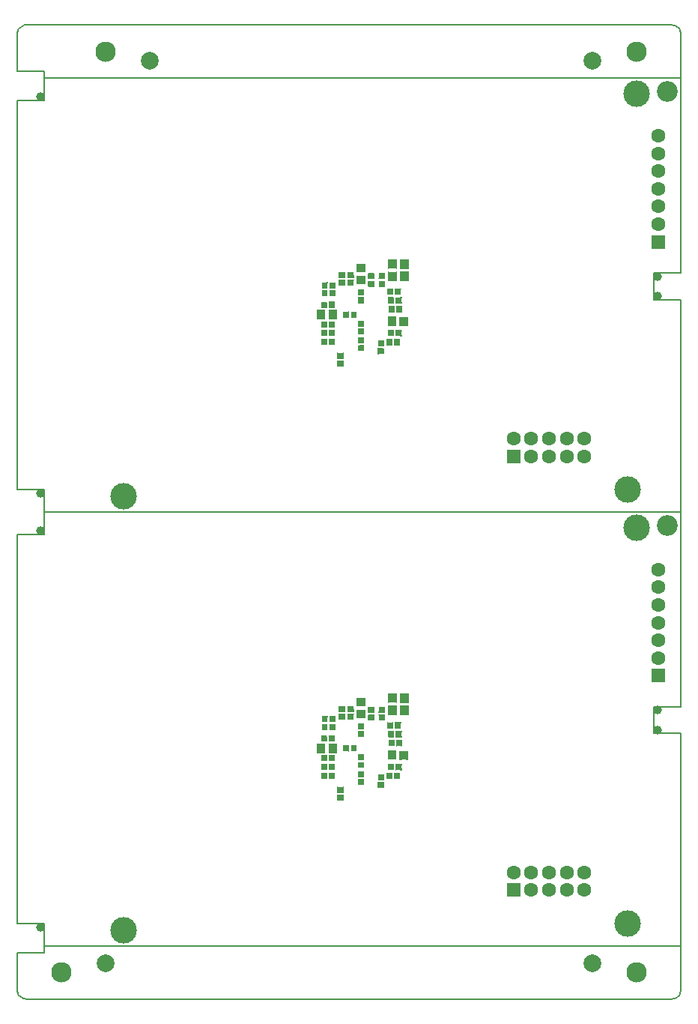
<source format=gbr>
*
%FSLAX26Y26*%
%MOIN*%
%ADD10R,0.027559X0.027559*%
%ADD11R,0.039370X0.039370*%
%ADD12C,0.043307*%
%ADD13C,0.062992*%
%ADD14R,0.062992X0.062992*%
%ADD15C,0.118110*%
%ADD16C,0.001200*%
%ADD17C,0.092520*%
%ADD18C,0.039370*%
%ADD19C,0.005906*%
%ADD20C,0.002087*%
%ADD21C,0.090551*%
%ADD22C,0.078740*%
%IPPOS*%
%LNgbs*%
%LPD*%
G75*
G54D10*
X1663780Y1176378D02*
Y1177953D01*
X1698425Y1176378D02*
Y1177953D01*
X1368504Y1243307D02*
Y1244882D01*
X1403150Y1243307D02*
Y1244882D01*
X1399213Y991339D02*
Y992913D01*
X1364567Y991339D02*
Y992913D01*
X1462992Y1113386D02*
Y1114961D01*
X1497638Y1113386D02*
Y1114961D01*
X1659843Y1215748D02*
Y1217323D01*
X1694488Y1215748D02*
Y1217323D01*
X1665748Y1137008D02*
Y1138583D01*
X1700394Y1137008D02*
Y1138583D01*
X1399213Y1070079D02*
Y1071654D01*
X1364567Y1070079D02*
Y1071654D01*
Y1030709D02*
Y1032283D01*
X1399213Y1030709D02*
Y1032283D01*
Y1156693D02*
Y1158268D01*
X1364567Y1156693D02*
Y1158268D01*
X1698425Y1030709D02*
Y1032283D01*
X1663780Y1030709D02*
Y1032283D01*
X1690551Y991339D02*
Y992913D01*
X1655906Y991339D02*
Y992913D01*
X1368504Y1207874D02*
Y1209449D01*
X1403150Y1207874D02*
Y1209449D01*
G54D11*
X1351378Y1112205D02*
Y1116142D01*
X1404528Y1112205D02*
Y1116142D01*
X1670276Y1336614D02*
Y1340551D01*
X1723425Y1336614D02*
Y1340551D01*
Y1281496D02*
Y1285433D01*
X1670276Y1281496D02*
Y1285433D01*
X1720472Y1082677D02*
Y1086614D01*
X1667323Y1082677D02*
Y1086614D01*
X1527559Y1266732D02*
X1531496D01*
X1527559Y1319882D02*
X1531496D01*
G54D10*
X1618307Y985827D02*
X1619882D01*
X1618307Y951181D02*
X1619882D01*
X1483465Y1254331D02*
X1485039D01*
X1483465Y1288976D02*
X1485039D01*
X1444094D02*
X1445669D01*
X1444094Y1254331D02*
X1445669D01*
X1621260Y1250394D02*
X1622835D01*
X1621260Y1285039D02*
X1622835D01*
X1574016D02*
X1575591D01*
X1574016Y1250394D02*
X1575591D01*
X1436220Y896063D02*
X1437795D01*
X1436220Y930709D02*
X1437795D01*
X1528740Y1177559D02*
X1530315D01*
X1528740Y1212205D02*
X1530315D01*
X1528740Y964961D02*
X1530315D01*
X1528740Y999606D02*
X1530315D01*
X1528740Y1074409D02*
X1530315D01*
X1528740Y1039764D02*
X1530315D01*
G54D12*
X2755906Y2096457D03*
X2716535Y334646D03*
X472441Y305118D03*
G54D13*
X2854331Y1673228D03*
Y1751969D03*
Y1830709D03*
Y1515748D03*
Y1594488D03*
Y1909449D03*
X2208661Y562992D03*
X2287402Y484252D03*
Y562992D03*
X2366142Y484252D03*
Y562992D03*
X2444882Y484252D03*
Y562992D03*
X2523622Y484252D03*
Y562992D03*
G54D14*
X2854331Y1437008D03*
X2208661Y484252D03*
G54D15*
X2755906Y2096457D03*
X2716535Y334646D03*
X472441Y305118D03*
%LPC*%
G75*
X472441Y305118D02*
G54D16*
X1514753Y985470D02*
X1516220Y985206D01*
X1514753Y985470D02*
X1516220Y985206D01*
X1514753Y985470D02*
X1516220Y985206D01*
X1514753Y985470D02*
X1516220Y985206D01*
%LPD*%
G75*
X1516220Y985206D02*
G54D17*
X2892059Y2104787D03*
G54D18*
X102953Y319488D03*
X2849803Y1196260D03*
Y1284055D03*
X102953Y2082087D03*
G54D19*
X0Y334646D02*
Y2066929D01*
X118110D01*
Y2165354D01*
X2952756D01*
Y1299213D01*
X2834646D01*
Y1181102D01*
X2952756D01*
Y236220D01*
X118110D01*
Y334646D01*
X0D01*
%LPC*%
G75*
X0Y334646D02*
G54D20*
X1710767Y1121712D02*
X1716745Y1124023D01*
X1714005Y1045248D02*
X1710494Y1047836D01*
X1700316Y1062318D02*
X1741974D01*
X1699708Y1106813D02*
X1741696D01*
G36*
X1330619Y1093646D02*
Y1093996D01*
X1332669D01*
G03X1333169Y1093496I500J0D01*
G01X1369587D01*
G03X1370087Y1093996I0J500D01*
G01X1372136D01*
Y1093646D01*
G02X1369936Y1091446I-2200J0D01*
G01X1332819D01*
G02X1330619Y1093646I0J2200D01*
G37*
G36*
Y1093996D02*
G01Y1134700D01*
G02X1332819Y1136900I2200J0D01*
G01X1369936D01*
G02X1372136Y1134700I0J-2200D01*
G01Y1093996D01*
X1370087D01*
Y1134350D01*
G03X1369587Y1134850I-500J0D01*
G01X1333169D01*
G03X1332669Y1134350I0J-500D01*
G01Y1093996D01*
X1330619D01*
G37*
G36*
X1331619Y1094996D02*
X1331669D01*
G02X1331669Y1092996I0J-1000D01*
G01X1331619D01*
G02X1331619Y1094996I0J1000D01*
G37*
G36*
X1371087D02*
G01X1371136D01*
G02X1371136Y1092996I0J-1000D01*
G01X1371087D01*
G02X1371087Y1094996I0J1000D01*
G37*
G36*
X1349714Y978686D02*
G01Y1005566D01*
G02X1351914Y1007766I2200J0D01*
G01X1377220D01*
G02X1379396Y1005051I15J-2218D01*
G03X1377720Y1005719I-1527J-1394D01*
G01X1352269Y1005717D01*
G03X1351764Y1005217I-6J-500D01*
G01Y979035D01*
G03X1352267Y978535I500J0D01*
G01X1377644Y978535D01*
G03X1379397Y979198I224J2056D01*
G02X1377220Y976486I-2162J-495D01*
G01X1351914D01*
G02X1349714Y978686I0J2200D01*
G37*
G36*
Y1018056D02*
G01Y1044937D01*
G02X1351914Y1047137I2200J0D01*
G01X1377220D01*
G02X1379396Y1044421I15J-2218D01*
G03X1377720Y1045089I-1527J-1394D01*
G01X1352267Y1045087D01*
G03X1351764Y1044587I-3J-500D01*
G01Y1018406D01*
G03X1352267Y1017906I500J0D01*
G01X1377662Y1017905D01*
G03X1379397Y1018569I207J2058D01*
G02X1377220Y1015856I-2162J-496D01*
G01X1351914D01*
G02X1349714Y1018056I0J2200D01*
G37*
G36*
Y1057426D02*
G01Y1084307D01*
G02X1351914Y1086507I2200J0D01*
G01X1377220D01*
G02X1379397Y1083793I15J-2218D01*
G03X1377700Y1084461I-1527J-1393D01*
G01X1352264Y1084457D01*
G03X1351764Y1083957I0J-500D01*
G01Y1057776D01*
G03X1352267Y1057276I500J0D01*
G01X1377665Y1057275D01*
G03X1379397Y1057940I203J2058D01*
G02X1377220Y1055226I-2162J-496D01*
G01X1351914D01*
G02X1349714Y1057426I0J2200D01*
G37*
G36*
Y1144040D02*
G01Y1170921D01*
G02X1351914Y1173121I2200J0D01*
G01X1377220D01*
G02X1379420Y1170921I0J-2200D01*
G01Y1164851D01*
G03X1378001Y1165533I-1539J-1384D01*
G02X1377370Y1166213I69J697D01*
G01Y1170571D01*
G03X1376870Y1171071I-500J0D01*
G01X1352267D01*
G03X1351764Y1170571I-3J-500D01*
G01Y1144390D01*
G03X1352267Y1143890I500J0D01*
G01X1377645Y1143889D01*
G03X1379397Y1144553I223J2056D01*
G02X1377220Y1141840I-2162J-495D01*
G01X1351914D01*
G02X1349714Y1144040I0J2200D01*
G37*
G36*
X1353651Y1195221D02*
G01Y1195571D01*
X1355701D01*
G03X1356204Y1195071I503J3D01*
G01X1380804D01*
G03X1381307Y1195571I0J503D01*
G01X1383357D01*
Y1195221D01*
G02X1381157Y1193021I-2200J0D01*
G01X1355851D01*
G02X1353651Y1195221I0J2200D01*
G37*
G36*
Y1195571D02*
G01Y1222102D01*
G02X1355851Y1224302I2200J0D01*
G01X1381157D01*
G02X1383357Y1222102I0J-2200D01*
G01Y1195571D01*
X1381307D01*
Y1221752D01*
G03X1380807Y1222252I-500J0D01*
G01X1356204D01*
G03X1355701Y1221752I0J-503D01*
G01Y1195571D01*
X1353651D01*
G37*
G36*
X1354651Y1196571D02*
X1354701D01*
G02X1354701Y1194571I0J-1000D01*
G01X1354651D01*
G02X1354651Y1196571I0J1000D01*
G37*
G36*
X1382307D02*
G01X1382357D01*
G02X1382357Y1194571I0J-1000D01*
G01X1382307D01*
G02X1382307Y1196571I0J1000D01*
G37*
G36*
X1353651Y1230654D02*
G01Y1257535D01*
G02X1355851Y1259735I2200J0D01*
G01X1377635D01*
G03X1376953Y1258316I1384J-1539D01*
G02X1376269Y1257685I-697J69D01*
G01X1356204D01*
G03X1355701Y1257185I-3J-500D01*
G01Y1231004D01*
G03X1356204Y1230504I500J0D01*
G01X1380804D01*
G03X1381307Y1231004I3J500D01*
G01Y1253365D01*
G02X1381943Y1254046I700J-17D01*
G03X1383357Y1254728I-125J2066D01*
G01Y1230654D01*
G02X1381157Y1228454I-2200J0D01*
G01X1355851D01*
G02X1353651Y1230654I0J2200D01*
G37*
G36*
X1383769Y1093646D02*
G01Y1093996D01*
X1385819D01*
G03X1386319Y1093496I500J0D01*
G01X1422736D01*
G03X1423236Y1093996I0J500D01*
G01X1425286D01*
Y1093646D01*
G02X1423086Y1091446I-2200J0D01*
G01X1385969D01*
G02X1383769Y1093646I0J2200D01*
G37*
G36*
Y1093996D02*
G01Y1134700D01*
G02X1385969Y1136900I2200J0D01*
G01X1423086D01*
G02X1425286Y1134700I0J-2200D01*
G01Y1093996D01*
X1423236D01*
Y1134350D01*
G03X1422736Y1134850I-500J0D01*
G01X1386319D01*
G03X1385819Y1134350I0J-500D01*
G01Y1093996D01*
X1383769D01*
G37*
G36*
X1384769Y1094996D02*
X1384819D01*
G02X1384819Y1092996I0J-1000D01*
G01X1384769D01*
G02X1384769Y1094996I0J1000D01*
G37*
G36*
X1424236D02*
G01X1424286D01*
G02X1424286Y1092996I0J-1000D01*
G01X1424236D01*
G02X1424236Y1094996I0J1000D01*
G37*
G36*
X1384360Y978686D02*
G01Y979035D01*
X1386409D01*
G03X1386912Y978535I503J3D01*
G01X1411513D01*
G03X1412016Y979035I0J503D01*
G01X1414066D01*
Y978686D01*
G02X1411866Y976486I-2200J0D01*
G01X1386560D01*
G02X1384360Y978686I0J2200D01*
G37*
G36*
Y979035D02*
G01Y1005566D01*
G02X1386560Y1007766I2200J0D01*
G01X1411866D01*
G02X1414066Y1005566I0J-2200D01*
G01Y979035D01*
X1412016D01*
Y1005217D01*
G03X1411516Y1005717I-500J0D01*
G01X1386912D01*
G03X1386409Y1005217I0J-503D01*
G01Y979035D01*
X1384360D01*
G37*
G36*
X1385360Y980035D02*
X1385409D01*
G02X1385409Y978035I0J-1000D01*
G01X1385360D01*
G02X1385360Y980035I0J1000D01*
G37*
G36*
X1413016D02*
G01X1413066D01*
G02X1413066Y978035I0J-1000D01*
G01X1413016D01*
G02X1413016Y980035I0J1000D01*
G37*
G36*
X1384360Y1018056D02*
G01Y1018406D01*
X1386409D01*
G03X1386912Y1017906I503J3D01*
G01X1411513D01*
G03X1412016Y1018406I0J503D01*
G01X1414066D01*
Y1018056D01*
G02X1411866Y1015856I-2200J0D01*
G01X1386560D01*
G02X1384360Y1018056I0J2200D01*
G37*
G36*
Y1018406D02*
G01Y1044937D01*
G02X1386560Y1047137I2200J0D01*
G01X1411866D01*
G02X1414066Y1044937I0J-2200D01*
G01Y1018406D01*
X1412016D01*
Y1044587D01*
G03X1411516Y1045087I-500J0D01*
G01X1386912D01*
G03X1386409Y1044587I0J-503D01*
G01Y1018406D01*
X1384360D01*
G37*
G36*
X1385360Y1019406D02*
X1385409D01*
G02X1385409Y1017406I0J-1000D01*
G01X1385360D01*
G02X1385360Y1019406I0J1000D01*
G37*
G36*
X1413016D02*
G01X1413066D01*
G02X1413066Y1017406I0J-1000D01*
G01X1413016D01*
G02X1413016Y1019406I0J1000D01*
G37*
G36*
X1384360Y1057426D02*
G01Y1057776D01*
X1386409D01*
G03X1386912Y1057276I503J3D01*
G01X1411513D01*
G03X1412016Y1057776I0J503D01*
G01X1414066D01*
Y1057426D01*
G02X1411866Y1055226I-2200J0D01*
G01X1386560D01*
G02X1384360Y1057426I0J2200D01*
G37*
G36*
Y1057776D02*
G01Y1084307D01*
G02X1386560Y1086507I2200J0D01*
G01X1411866D01*
G02X1414066Y1084307I0J-2200D01*
G01Y1057776D01*
X1412016D01*
Y1083957D01*
G03X1411516Y1084457I-500J0D01*
G01X1386912D01*
G03X1386409Y1083957I0J-503D01*
G01Y1057776D01*
X1384360D01*
G37*
G36*
X1385360Y1058776D02*
X1385409D01*
G02X1385409Y1056776I0J-1000D01*
G01X1385360D01*
G02X1385360Y1058776I0J1000D01*
G37*
G36*
X1413016D02*
G01X1413066D01*
G02X1413066Y1056776I0J-1000D01*
G01X1413016D01*
G02X1413016Y1058776I0J1000D01*
G37*
G36*
X1384360Y1144040D02*
G01Y1167991D01*
G03X1385776Y1167309I1539J1384D01*
G02X1386409Y1166630I-67J-697D01*
G01Y1144390D01*
G03X1386912Y1143890I500J0D01*
G01X1411513D01*
G03X1412016Y1144390I3J500D01*
G01Y1166277D01*
G02X1412651Y1166957I700J-17D01*
G03X1414066Y1167639I-125J2066D01*
G01Y1144040D01*
G02X1411866Y1141840I-2200J0D01*
G01X1386560D01*
G02X1384360Y1144040I0J2200D01*
G37*
G36*
X1388297Y1195221D02*
G01Y1195571D01*
X1390346D01*
G03X1390849Y1195071I503J3D01*
G01X1415450D01*
G03X1415953Y1195571I0J503D01*
G01X1418003D01*
Y1195221D01*
G02X1415803Y1193021I-2200J0D01*
G01X1390497D01*
G02X1388297Y1195221I0J2200D01*
G37*
G36*
Y1195571D02*
G01Y1222102D01*
G02X1390497Y1224302I2200J0D01*
G01X1415803D01*
G02X1418003Y1222102I0J-2200D01*
G01Y1195571D01*
X1415953D01*
Y1221752D01*
G03X1415453Y1222252I-500J0D01*
G01X1390849D01*
G03X1390346Y1221752I0J-503D01*
G01Y1195571D01*
X1388297D01*
G37*
G36*
X1389297Y1196571D02*
X1389346D01*
G02X1389346Y1194571I0J-1000D01*
G01X1389297D01*
G02X1389297Y1196571I0J1000D01*
G37*
G36*
X1416953D02*
G01X1417003D01*
G02X1417003Y1194571I0J-1000D01*
G01X1416953D01*
G02X1416953Y1196571I0J1000D01*
G37*
G36*
X1388297Y1230654D02*
G01Y1231004D01*
X1390346D01*
G03X1390849Y1230504I503J3D01*
G01X1415450D01*
G03X1415953Y1231004I0J503D01*
G01X1418003D01*
Y1230654D01*
G02X1415803Y1228454I-2200J0D01*
G01X1390497D01*
G02X1388297Y1230654I0J2200D01*
G37*
G36*
Y1231004D02*
G01Y1257535D01*
G02X1390497Y1259735I2200J0D01*
G01X1415803D01*
G02X1418003Y1257535I0J-2200D01*
G01Y1231004D01*
X1415953D01*
Y1257185D01*
G03X1415453Y1257685I-500J0D01*
G01X1390849D01*
G03X1390346Y1257185I0J-503D01*
G01Y1231004D01*
X1388297D01*
G37*
G36*
X1389297Y1232004D02*
X1389346D01*
G02X1389346Y1230004I0J-1000D01*
G01X1389297D01*
G02X1389297Y1232004I0J1000D01*
G37*
G36*
X1416953D02*
G01X1417003D01*
G02X1417003Y1230004I0J-1000D01*
G01X1416953D01*
G02X1416953Y1232004I0J1000D01*
G37*
G36*
X1424461Y945562D02*
G01X1449416D01*
X1449167Y945239D01*
G03X1448746Y944142I1631J-1257D01*
G02X1448066Y943512I-696J69D01*
G01X1425823D01*
G02X1425143Y944151I17J700D01*
G03X1424714Y945238I-2042J-177D01*
G01X1424461Y945562D01*
G37*
G36*
X1428261Y881210D02*
X1428514Y881533D01*
G03X1428943Y882629I-1614J1264D01*
G02X1429623Y883260I697J-69D01*
G01X1444381D01*
G02X1445062Y882624I-17J-700D01*
G03X1445490Y881533I2043J173D01*
G01X1445743Y881210D01*
X1428261D01*
G37*
G36*
X1429241Y1241678D02*
Y1266984D01*
G02X1429606Y1268197I2200J0D01*
G01X1429628Y1268224D01*
X1429654Y1268247D01*
X1429684Y1268265D01*
X1429716Y1268278D01*
X1429750Y1268285D01*
X1429785Y1268286D01*
X1429820Y1268281D01*
X1429853Y1268270D01*
X1429883Y1268253D01*
X1429911Y1268232D01*
X1429934Y1268206D01*
X1429952Y1268176D01*
X1429965Y1268143D01*
X1429972Y1268109D01*
X1429973Y1268074D01*
X1429968Y1268040D01*
G03X1430942Y1265822I2001J-443D01*
G02X1431291Y1265233I-351J-606D01*
G01Y1242028D01*
G03X1431791Y1241528I500J0D01*
G01X1457972D01*
G03X1458472Y1242028I0J500D01*
G01Y1265257D01*
G02X1458809Y1265843I700J-12D01*
G03X1459723Y1268139I-1063J1753D01*
G01X1459717Y1268173D01*
X1459717Y1268208D01*
X1459723Y1268242D01*
X1459735Y1268275D01*
X1459752Y1268306D01*
X1459774Y1268332D01*
X1459801Y1268355D01*
X1459831Y1268373D01*
X1459863Y1268385D01*
X1459898Y1268391D01*
X1459933Y1268391D01*
X1459967Y1268385D01*
X1460000Y1268374D01*
X1460030Y1268356D01*
X1460057Y1268334D01*
X1460078Y1268310D01*
G02X1460522Y1266984I-1756J-1326D01*
G01Y1241678D01*
G02X1458322Y1239478I-2200J0D01*
G01X1431441D01*
G02X1429241Y1241678I0J2200D01*
G37*
G36*
Y1276323D02*
G01Y1276673D01*
X1431291D01*
G03X1431791Y1276173I500J0D01*
G01X1457972D01*
G03X1458472Y1276673I0J500D01*
G01X1460522D01*
Y1276323D01*
G02X1458322Y1274123I-2200J0D01*
G01X1431441D01*
G02X1429241Y1276323I0J2200D01*
G37*
G36*
Y1276673D02*
G01Y1301629D01*
G02X1431441Y1303829I2200J0D01*
G01X1458322D01*
G02X1460522Y1301629I0J-2200D01*
G01Y1276673D01*
X1458472D01*
Y1301277D01*
G03X1457972Y1301780I-500J3D01*
G01X1431791D01*
G03X1431291Y1301280I0J-500D01*
G01Y1276673D01*
X1429241D01*
G37*
G36*
X1430241Y1277673D02*
X1430291D01*
G02X1430291Y1275673I0J-1000D01*
G01X1430241D01*
G02X1430241Y1277673I0J1000D01*
G37*
G36*
X1459472D02*
G01X1459522D01*
G02X1459522Y1275673I0J-1000D01*
G01X1459472D01*
G02X1459472Y1277673I0J1000D01*
G37*
G36*
X1448139Y1100733D02*
G01Y1127614D01*
G02X1450339Y1129814I2200J0D01*
G01X1474897D01*
X1474931Y1129811D01*
X1474965Y1129802D01*
X1474997Y1129787D01*
X1475025Y1129767D01*
X1475050Y1129742D01*
X1475070Y1129714D01*
X1475085Y1129682D01*
X1475094Y1129648D01*
X1475097Y1129614D01*
X1475094Y1129579D01*
X1475085Y1129545D01*
X1475070Y1129514D01*
X1475050Y1129485D01*
X1475025Y1129460D01*
X1475016Y1129453D01*
G03X1474801Y1129264I1242J-1631D01*
G01X1473505Y1127969D01*
G02X1473027Y1127764I-495J495D01*
G01X1450692D01*
G03X1450189Y1127264I-3J-500D01*
G01Y1101083D01*
G03X1450692Y1100583I500J0D01*
G01X1473025D01*
G02X1473502Y1100379I-17J-700D01*
G01X1475390Y1098533D01*
X1450339D01*
G02X1448139Y1100733I0J2200D01*
G37*
G36*
X1468612Y1241678D02*
G01Y1266984D01*
G02X1469060Y1268315I2200J0D01*
G01X1469083Y1268340D01*
X1469111Y1268362D01*
X1469142Y1268378D01*
X1469175Y1268389D01*
X1469209Y1268394D01*
X1469244Y1268392D01*
X1469278Y1268385D01*
X1469311Y1268372D01*
X1469340Y1268353D01*
X1469366Y1268330D01*
X1469387Y1268302D01*
X1469403Y1268271D01*
X1469414Y1268238D01*
X1469419Y1268203D01*
X1469418Y1268169D01*
X1469412Y1268139D01*
G03X1470325Y1265844I1977J-543D01*
G02X1470661Y1265257I-363J-598D01*
G01Y1242028D01*
G03X1471161Y1241528I500J0D01*
G01X1497343D01*
G03X1497843Y1242028I0J500D01*
G01Y1265259D01*
G02X1498176Y1265844I700J-12D01*
G03X1499088Y1268146I-1063J1753D01*
G01X1499081Y1268180D01*
X1499081Y1268215D01*
X1499087Y1268249D01*
X1499098Y1268282D01*
X1499116Y1268313D01*
X1499138Y1268339D01*
X1499164Y1268362D01*
X1499194Y1268380D01*
X1499227Y1268392D01*
X1499261Y1268399D01*
X1499296Y1268399D01*
X1499330Y1268393D01*
X1499363Y1268381D01*
X1499394Y1268364D01*
X1499421Y1268342D01*
X1499441Y1268319D01*
G02X1499892Y1266984I-1749J-1335D01*
G01Y1241678D01*
G02X1497692Y1239478I-2200J0D01*
G01X1470812D01*
G02X1468612Y1241678I0J2200D01*
G37*
G36*
Y1276323D02*
G01Y1301629D01*
G02X1470812Y1303829I2200J0D01*
G01X1497692D01*
G02X1499892Y1301629I0J-2200D01*
G01Y1288816D01*
G03X1498473Y1289498I-1539J-1384D01*
G02X1497843Y1290182I69J697D01*
G01Y1301277D01*
G03X1497343Y1301780I-500J3D01*
G01X1471161D01*
G03X1470661Y1301280I0J-500D01*
G01Y1276673D01*
G03X1471161Y1276173I500J0D01*
G01X1498169Y1276173D01*
G03X1499869Y1276839I173J2061D01*
G02X1497692Y1274123I-2162J-498D01*
G01X1470812D01*
G02X1468612Y1276323I0J2200D01*
G37*
G36*
X1482785Y1100733D02*
G01Y1101083D01*
X1484835D01*
G03X1485338Y1100583I503J3D01*
G01X1509938D01*
G03X1510441Y1101083I0J503D01*
G01X1512491D01*
Y1100733D01*
G02X1510291Y1098533I-2200J0D01*
G01X1484985D01*
G02X1482785Y1100733I0J2200D01*
G37*
G36*
Y1101083D02*
G01Y1127614D01*
G02X1484985Y1129814I2200J0D01*
G01X1510291D01*
G02X1512491Y1127614I0J-2200D01*
G01Y1101083D01*
X1510441D01*
Y1127264D01*
G03X1509941Y1127764I-500J0D01*
G01X1485338D01*
G03X1484835Y1127264I0J-503D01*
G01Y1101083D01*
X1482785D01*
G37*
G36*
X1483785Y1102083D02*
X1483835D01*
G02X1483835Y1100083I0J-1000D01*
G01X1483785D01*
G02X1483785Y1102083I0J1000D01*
G37*
G36*
X1511441D02*
G01X1511491D01*
G02X1511491Y1100083I0J-1000D01*
G01X1511441D01*
G02X1511441Y1102083I0J1000D01*
G37*
G36*
X1506801Y1248174D02*
G01Y1248524D01*
X1508850D01*
G03X1509350Y1248024I500J0D01*
G01X1549705D01*
G03X1550205Y1248524I0J500D01*
G01X1552255D01*
Y1248174D01*
G02X1550055Y1245974I-2200J0D01*
G01X1509001D01*
G02X1506801Y1248174I0J2200D01*
G37*
G36*
Y1248524D02*
G01Y1285291D01*
G02X1509001Y1287491I2200J0D01*
G01X1550055D01*
G02X1552255Y1285291I0J-2200D01*
G01Y1248524D01*
X1550205D01*
Y1284941D01*
G03X1549705Y1285441I-500J0D01*
G01X1509350D01*
G03X1508850Y1284941I0J-500D01*
G01Y1248524D01*
X1506801D01*
G37*
G36*
X1507801Y1249524D02*
X1507850D01*
G02X1507850Y1247524I0J-1000D01*
G01X1507801D01*
G02X1507801Y1249524I0J1000D01*
G37*
G36*
X1551205D02*
G01X1551255D01*
G02X1551255Y1247524I0J-1000D01*
G01X1551205D01*
G02X1551205Y1249524I0J1000D01*
G37*
G36*
X1506801Y1301323D02*
G01Y1301673D01*
X1508850D01*
G03X1509350Y1301173I500J0D01*
G01X1549705D01*
G03X1550205Y1301673I0J500D01*
G01X1552255D01*
Y1301323D01*
G02X1550055Y1299123I-2200J0D01*
G01X1509001D01*
G02X1506801Y1301323I0J2200D01*
G37*
G36*
Y1301673D02*
G01Y1338440D01*
G02X1509001Y1340640I2200J0D01*
G01X1550055D01*
G02X1552255Y1338440I0J-2200D01*
G01Y1301673D01*
X1550205D01*
Y1338091D01*
G03X1549705Y1338591I-500J0D01*
G01X1509350D01*
G03X1508850Y1338091I0J-500D01*
G01Y1301673D01*
X1506801D01*
G37*
G36*
X1507801Y1302673D02*
X1507850D01*
G02X1507850Y1300673I0J-1000D01*
G01X1507801D01*
G02X1507801Y1302673I0J1000D01*
G37*
G36*
X1551205D02*
G01X1551255D01*
G02X1551255Y1300673I0J-1000D01*
G01X1551205D01*
G02X1551205Y1302673I0J1000D01*
G37*
G36*
X1513887Y1199552D02*
G01Y1224857D01*
G02X1516607Y1227033I2218J15D01*
G03X1515937Y1225470I1397J-1524D01*
G01X1515937Y1199902D01*
G03X1516437Y1199402I500J0D01*
G01X1542618D01*
G03X1543118Y1199902I0J500D01*
G01X1543118Y1225470D01*
G03X1542448Y1227033I-2067J39D01*
G02X1545168Y1224857I502J-2161D01*
G01Y1199552D01*
G02X1542968Y1197352I-2200J0D01*
G01X1516087D01*
G02X1513887Y1199552I0J2200D01*
G37*
G36*
Y964850D02*
G01Y977614D01*
G02X1516087Y979814I2200J0D01*
G01X1525125D01*
G03X1524443Y978394I1384J-1539D01*
G02X1523763Y977764I-697J69D01*
G01X1516437D01*
G03X1515937Y977264I0J-500D01*
G01Y966217D01*
G02X1515303Y965531I-700J12D01*
G03X1514210Y965103I171J-2043D01*
G01X1513887Y964850D01*
G37*
G36*
Y989421D02*
Y1012259D01*
G02X1516087Y1014459I2200J0D01*
G01X1542968D01*
G02X1545168Y1012259I0J-2200D01*
G01Y986953D01*
G02X1542968Y984753I-2200J0D01*
G01X1522310D01*
G03X1522992Y986173I-1384J1539D01*
G02X1523672Y986803I697J-69D01*
G01X1542618D01*
G03X1543118Y987303I0J500D01*
G01Y1011907D01*
G03X1542618Y1012409I-500J3D01*
G01X1516437D01*
G03X1515937Y1011909I0J-500D01*
G01Y990784D01*
G02X1515301Y990103I-700J17D01*
G03X1514210Y989674I174J-2043D01*
G01X1513887Y989421D01*
G37*
G36*
Y1027111D02*
Y1027461D01*
X1515937D01*
G03X1516437Y1026961I500J0D01*
G01X1542618D01*
G03X1543118Y1027461I0J500D01*
G01X1545168D01*
Y1027111D01*
G02X1542968Y1024911I-2200J0D01*
G01X1516087D01*
G02X1513887Y1027111I0J2200D01*
G37*
G36*
Y1027461D02*
G01Y1052417D01*
G02X1516087Y1054617I2200J0D01*
G01X1542968D01*
G02X1545168Y1052417I0J-2200D01*
G01Y1027461D01*
X1543118D01*
Y1052064D01*
G03X1542618Y1052567I-500J3D01*
G01X1516437D01*
G03X1515937Y1052067I0J-500D01*
G01Y1027461D01*
X1513887D01*
G37*
G36*
X1514887Y1028461D02*
X1514937D01*
G02X1514937Y1026461I0J-1000D01*
G01X1514887D01*
G02X1514887Y1028461I0J1000D01*
G37*
G36*
X1544118D02*
G01X1544168D01*
G02X1544168Y1026461I0J-1000D01*
G01X1544118D01*
G02X1544118Y1028461I0J1000D01*
G37*
G36*
X1513887Y1061756D02*
G01Y1087062D01*
G02X1516087Y1089262I2200J0D01*
G01X1542968D01*
G02X1545168Y1087062I0J-2200D01*
G01Y1061757D01*
G02X1542458Y1059579I-2218J-15D01*
G03X1543124Y1061307I-1392J1529D01*
G01X1543118Y1086713D01*
G03X1542618Y1087213I-500J0D01*
G01X1516437D01*
G03X1515937Y1086713I0J-500D01*
G01X1515937Y1061270D01*
G03X1516622Y1059556I2064J-168D01*
G01X1516087D01*
G02X1513887Y1061756I0J2200D01*
G37*
G36*
X1519092Y950108D02*
G01X1519346Y950431D01*
G03X1519775Y951527I-1614J1264D01*
G02X1520455Y952157I697J-69D01*
G01X1538622D01*
G02X1539302Y951522I-17J-700D01*
G03X1539731Y950431I2043J173D01*
G01X1539984Y950108D01*
X1519092D01*
G37*
G36*
X1542444Y1192412D02*
G02X1545168Y1190212I494J-2175D01*
G01Y1164906D01*
G02X1544234Y1163107I-2200J0D01*
G01X1544204Y1163089D01*
X1544172Y1163077D01*
X1544137Y1163070D01*
X1544103Y1163070D01*
X1544068Y1163075D01*
X1544035Y1163087D01*
X1544005Y1163104D01*
X1543978Y1163126D01*
X1543955Y1163152D01*
X1543937Y1163182D01*
X1543925Y1163215D01*
X1543918Y1163249D01*
X1543918Y1163284D01*
X1543923Y1163318D01*
X1543935Y1163351D01*
X1543939Y1163360D01*
G03X1543375Y1165910I-1825J933D01*
G02X1543118Y1166439I443J542D01*
G01X1543120Y1190581D01*
G03X1542697Y1192089I-2038J241D01*
G01X1542444Y1192412D01*
G37*
G36*
X1559163Y1288827D02*
Y1297692D01*
G02X1561363Y1299892I2200J0D01*
G01X1588244D01*
G02X1590444Y1297692I0J-2200D01*
G01Y1272386D01*
G02X1588244Y1270186I-2200J0D01*
G01X1561363D01*
G02X1559183Y1272889I-15J2218D01*
G03X1560965Y1272226I1531J1390D01*
G01X1587890Y1272236D01*
G03X1588394Y1272736I4J500D01*
G01Y1297340D01*
G03X1587894Y1297843I-500J3D01*
G01X1561713D01*
G03X1561213Y1297343I0J-500D01*
G01Y1290194D01*
G02X1560579Y1289509I-700J12D01*
G03X1559486Y1289080I171J-2043D01*
G01X1559163Y1288827D01*
G37*
G36*
Y1237741D02*
Y1263044D01*
G02X1562286Y1265160I2251J41D01*
G03X1561672Y1263843I1442J-1472D01*
G02X1561556Y1263513I-705J63D01*
G03X1561213Y1262697I1684J-1190D01*
G01Y1238091D01*
G03X1561713Y1237591I500J0D01*
G01X1587894D01*
G03X1588394Y1238091I0J500D01*
G01Y1261274D01*
G02X1588750Y1261873I700J-12D01*
G03X1589759Y1264043I-1005J1787D01*
G01X1589756Y1264078D01*
X1589758Y1264113D01*
X1589767Y1264147D01*
X1589781Y1264178D01*
X1589800Y1264207D01*
X1589825Y1264232D01*
X1589853Y1264253D01*
X1589884Y1264268D01*
X1589918Y1264277D01*
X1589953Y1264281D01*
X1589988Y1264278D01*
X1590021Y1264270D01*
X1590053Y1264255D01*
X1590082Y1264236D01*
X1590107Y1264212D01*
X1590127Y1264183D01*
X1590128Y1264182D01*
G02X1590444Y1263047I-1884J-1136D01*
G01Y1237741D01*
G02X1588244Y1235541I-2200J0D01*
G01X1561363D01*
G02X1559163Y1237741I0J2200D01*
G37*
G36*
X1603454Y973174D02*
G01Y998480D01*
G02X1605654Y1000680I2200J0D01*
G01X1627125D01*
G03X1626443Y999260I1384J-1539D01*
G02X1625763Y998630I-697J69D01*
G01X1606004D01*
G03X1605504Y998130I0J-500D01*
G01Y973524D01*
G03X1606004Y973024I500J0D01*
G01X1632185D01*
G03X1632685Y973524I0J500D01*
G01Y991899D01*
G02X1633319Y992584I700J-12D01*
G03X1634735Y993266I-123J2066D01*
G01Y973174D01*
G02X1632535Y970974I-2200J0D01*
G01X1605654D01*
G02X1603454Y973174I0J2200D01*
G37*
G36*
X1606407Y1276233D02*
G01Y1297692D01*
G02X1608936Y1299911I2221J19D01*
G03X1608457Y1297231I1344J-1623D01*
G01Y1277600D01*
G02X1607823Y1276915I-700J12D01*
G03X1606730Y1276486I171J-2043D01*
G01X1606407Y1276233D01*
G37*
G36*
Y1237741D02*
Y1263047D01*
G02X1606721Y1264180I2200J0D01*
G01X1606742Y1264208D01*
X1606767Y1264233D01*
X1606796Y1264252D01*
X1606827Y1264266D01*
X1606861Y1264275D01*
X1606896Y1264277D01*
X1606931Y1264273D01*
X1606964Y1264264D01*
X1606996Y1264249D01*
X1607024Y1264228D01*
X1607048Y1264203D01*
X1607068Y1264174D01*
X1607082Y1264142D01*
X1607090Y1264108D01*
X1607093Y1264074D01*
X1607089Y1264039D01*
X1607089Y1264038D01*
G03X1608106Y1261868I2015J-378D01*
G02X1608457Y1261274I-349J-606D01*
G01Y1238091D01*
G03X1608957Y1237591I500J0D01*
G01X1635138D01*
G03X1635638Y1238091I0J500D01*
G01Y1259523D01*
G02X1636276Y1260208I700J-12D01*
G03X1637688Y1260890I-127J2066D01*
G01Y1237741D01*
G02X1635488Y1235541I-2200J0D01*
G01X1608607D01*
G02X1606407Y1237741I0J2200D01*
G37*
G36*
X1610345Y936328D02*
G03X1611028Y937747I-1384J1539D01*
G02X1611707Y938378I697J-69D01*
G01X1631206D01*
G02X1631688Y938170I-17J-700D01*
G03X1634254Y937883I1460J1439D01*
G01X1634285Y937900D01*
X1634318Y937910D01*
X1634353Y937915D01*
X1634388Y937913D01*
X1634422Y937906D01*
X1634454Y937893D01*
X1634484Y937874D01*
X1634509Y937850D01*
X1634531Y937823D01*
X1634547Y937792D01*
X1634557Y937759D01*
X1634562Y937724D01*
X1634561Y937689D01*
X1634553Y937655D01*
X1634542Y937628D01*
G02X1632535Y936328I-2007J900D01*
G01X1610345D01*
G37*
G36*
X1613316Y1299892D02*
X1633047D01*
X1631621Y1298067D01*
G02X1631124Y1297843I-514J475D01*
G01X1614678D01*
G02X1613998Y1298477I17J700D01*
G03X1613569Y1299569I-2043J-172D01*
G01X1613316Y1299892D01*
G37*
G36*
X1627236Y966034D02*
X1632535D01*
G02X1634735Y963834I0J-2200D01*
G01Y942411D01*
G03X1633318Y943093I-1539J-1384D01*
G02X1632685Y943778I67J697D01*
G01Y963481D01*
G03X1632185Y963984I-500J3D01*
G01X1628598D01*
G02X1627918Y964620I17J700D01*
G03X1627489Y965711I-2043J-173D01*
G01X1627236Y966034D01*
G37*
G36*
X1641053Y988061D02*
Y1005566D01*
G02X1643253Y1007766I2200J0D01*
G01X1668558D01*
G02X1670758Y1005566I0J-2200D01*
G01Y978686D01*
G02X1668170Y976478I-2220J-17D01*
G03X1668708Y978965I-1351J1594D01*
G01X1668709Y1005217D01*
G03X1668209Y1005717I-500J0D01*
G01X1643605D01*
G03X1643102Y1005217I-3J-500D01*
G01Y989419D01*
G02X1642467Y988743I-700J20D01*
G03X1641376Y988314I173J-2043D01*
G01X1641053Y988061D01*
G37*
G36*
X1644990Y1203095D02*
Y1218231D01*
G03X1646400Y1217549I1539J1384D01*
G02X1647039Y1216869I-60J-697D01*
G01Y1203445D01*
G03X1647542Y1202945I500J0D01*
G01X1659181D01*
G02X1659866Y1202309I-12J-700D01*
G03X1660548Y1200895I2066J125D01*
G01X1647190D01*
G02X1644990Y1203095I0J2200D01*
G37*
G36*
X1646564Y1064119D02*
G01Y1064469D01*
X1648614D01*
G03X1649114Y1063969I500J0D01*
G01X1685531D01*
G03X1686031Y1064469I0J500D01*
G01X1688081D01*
Y1064119D01*
G02X1685881Y1061919I-2200J0D01*
G01X1648764D01*
G02X1646564Y1064119I0J2200D01*
G37*
G36*
Y1064469D02*
G01Y1105173D01*
G02X1648764Y1107373I2200J0D01*
G01X1685881D01*
G02X1688081Y1105173I0J-2200D01*
G01Y1064469D01*
X1686031D01*
Y1104823D01*
G03X1685531Y1105323I-500J0D01*
G01X1649114D01*
G03X1648614Y1104823I0J-500D01*
G01Y1064469D01*
X1646564D01*
G37*
G36*
X1647564Y1065469D02*
X1647614D01*
G02X1647614Y1063469I0J-1000D01*
G01X1647564D01*
G02X1647564Y1065469I0J1000D01*
G37*
G36*
X1687031D02*
G01X1687081D01*
G02X1687081Y1063469I0J-1000D01*
G01X1687031D01*
G02X1687031Y1065469I0J1000D01*
G37*
G36*
X1648619Y1232176D02*
G01X1672495D01*
G02X1674384Y1231105I0J-2200D01*
G01X1674399Y1231073D01*
X1674409Y1231040D01*
X1674413Y1231005D01*
X1674411Y1230970D01*
X1674402Y1230937D01*
X1674388Y1230905D01*
X1674369Y1230876D01*
X1674345Y1230850D01*
X1674317Y1230830D01*
X1674285Y1230814D01*
X1674252Y1230805D01*
X1674217Y1230801D01*
X1674182Y1230803D01*
X1674149Y1230811D01*
X1674117Y1230825D01*
X1674115Y1230827D01*
G03X1671549Y1230371I-1006J-1786D01*
G02X1671028Y1230126I-532J454D01*
G01X1649986D01*
G02X1649301Y1230762I13J700D01*
G03X1648872Y1231853I-2043J-173D01*
G01X1648619Y1232176D01*
G37*
G36*
X1648927Y1018056D02*
Y1018406D01*
X1650976D01*
G03X1651479Y1017906I503J3D01*
G01X1676080D01*
G03X1676583Y1018406I0J503D01*
G01X1678632D01*
Y1018056D01*
G02X1676432Y1015856I-2200J0D01*
G01X1651127D01*
G02X1648927Y1018056I0J2200D01*
G37*
G36*
Y1018406D02*
G01Y1044937D01*
G02X1651127Y1047137I2200J0D01*
G01X1676432D01*
G02X1678632Y1044937I0J-2200D01*
G01Y1018406D01*
X1676583D01*
Y1044587D01*
G03X1676083Y1045087I-500J0D01*
G01X1651479D01*
G03X1650976Y1044587I0J-503D01*
G01Y1018406D01*
X1648927D01*
G37*
G36*
X1649927Y1019406D02*
X1649976D01*
G02X1649976Y1017406I0J-1000D01*
G01X1649927D01*
G02X1649927Y1019406I0J1000D01*
G37*
G36*
X1677583D02*
G01X1677632D01*
G02X1677632Y1017406I0J-1000D01*
G01X1677583D01*
G02X1677583Y1019406I0J1000D01*
G37*
G36*
X1648927Y1163725D02*
G01Y1189081D01*
G03X1650350Y1188398I1539J1384D01*
G02X1650976Y1187723I-74J-696D01*
G01Y1164075D01*
G03X1651479Y1163575I500J0D01*
G01X1676080D01*
G03X1676583Y1164075I3J500D01*
G01Y1190256D01*
G03X1676083Y1190756I-500J0D01*
G01X1674385D01*
G02X1673755Y1191403I94J722D01*
G03X1673074Y1192806I-2065J-136D01*
G01X1676432D01*
G02X1678632Y1190606I0J-2200D01*
G01Y1163725D01*
G02X1676432Y1161525I-2200J0D01*
G01X1651127D01*
G02X1648927Y1163725I0J2200D01*
G37*
G36*
X1650895Y1124355D02*
G01Y1151236D01*
G02X1653095Y1153436I2200J0D01*
G01X1678401D01*
G02X1680582Y1150743I15J-2218D01*
G03X1678744Y1151402I-1535J-1388D01*
G01X1653445Y1151386D01*
G03X1652945Y1150886I0J-500D01*
G01Y1124705D01*
G03X1653448Y1124205I500J0D01*
G01X1678612Y1124201D01*
G03X1680584Y1124842I431J2029D01*
G02X1678401Y1122155I-2168J-469D01*
G01X1653095D01*
G02X1650895Y1124355I0J2200D01*
G37*
G36*
X1652567Y1260738D02*
G01X1652820Y1261061D01*
G03X1653248Y1262148I-1615J1263D01*
G02X1653925Y1262787I697J-60D01*
G01X1676444D01*
G02X1677124Y1262152I-17J-700D01*
G03X1677553Y1261061I2043J173D01*
G01X1677806Y1260738D01*
X1652567D01*
G37*
G36*
X1652925Y1306192D02*
X1687593D01*
X1687353Y1305871D01*
G03X1686942Y1304775I1660J-1246D01*
G02X1686262Y1304142I-697J66D01*
G01X1654287D01*
G02X1653607Y1304779I17J700D01*
G03X1653178Y1305868I-2042J-175D01*
G01X1652925Y1306192D01*
G37*
G36*
X1653070Y1315856D02*
X1653305Y1316175D01*
G03X1653709Y1317277I-1679J1240D01*
G02X1654389Y1317906I696J-72D01*
G01X1686286D01*
G02X1686967Y1317268I-17J-700D01*
G03X1687395Y1316179I2043J175D01*
G01X1687648Y1315856D01*
X1653070D01*
G37*
G36*
X1683273Y1007766D02*
X1703204D01*
G02X1705302Y1006229I0J-2200D01*
G01X1705309Y1006195D01*
X1705311Y1006161D01*
X1705306Y1006126D01*
X1705296Y1006093D01*
X1705280Y1006062D01*
X1705259Y1006034D01*
X1705233Y1006011D01*
X1705204Y1005992D01*
X1705171Y1005978D01*
X1705137Y1005971D01*
X1705102Y1005969D01*
X1705068Y1005974D01*
X1705035Y1005984D01*
X1705004Y1006000D01*
X1704993Y1006008D01*
G03X1702483Y1005885I-1176J-1679D01*
G02X1702039Y1005717I-456J531D01*
G01X1684639D01*
G02X1683955Y1006352I12J700D01*
G03X1683526Y1007443I-2043J-173D01*
G01X1683273Y1007766D01*
G37*
G36*
X1683520Y1190470D02*
G02X1685772Y1192806I2226J108D01*
G01X1704785D01*
G03X1704102Y1191387I1384J-1539D01*
G02X1703418Y1190756I-697J69D01*
G01X1686632D01*
G02X1686267Y1190867I13J700D01*
G03X1683923Y1190777I-1107J-1725D01*
G01X1683520Y1190470D01*
G37*
G36*
X1683572Y1018492D02*
G03X1685906Y1017906I1582J1362D01*
G01X1703014Y1017906D01*
G02X1703699Y1017270I-12J-700D01*
G03X1704381Y1015856I2066J125D01*
G01X1685772D01*
G02X1683572Y1018492I-18J2221D01*
G37*
G36*
X1684270Y1200895D02*
G03X1684952Y1202312I-1384J1539D01*
G02X1685638Y1202945I697J-67D01*
G01X1703484D01*
G02X1703916Y1202786I-13J-700D01*
G03X1706789Y1202945I1354J1566D01*
G03X1707291Y1203445I3J500D01*
G01Y1223944D01*
G02X1707927Y1224624I700J-17D01*
G03X1709341Y1225306I-125J2066D01*
G01Y1203095D01*
G02X1707141Y1200895I-2200J0D01*
G01X1684270D01*
G37*
G36*
X1688268Y1153068D02*
X1688240Y1153090D01*
X1688217Y1153116D01*
X1688199Y1153145D01*
X1688186Y1153178D01*
X1688179Y1153212D01*
X1688177Y1153247D01*
X1688182Y1153281D01*
X1688193Y1153314D01*
X1688210Y1153345D01*
X1688231Y1153372D01*
X1688257Y1153396D01*
X1688287Y1153414D01*
X1688319Y1153427D01*
X1688353Y1153434D01*
X1688377Y1153436D01*
X1713047D01*
G02X1715247Y1151236I0J-2200D01*
G01Y1129009D01*
G03X1713827Y1129691I-1539J-1384D01*
G02X1713197Y1130371I69J697D01*
G01Y1150886D01*
G03X1712697Y1151386I-500J0D01*
G01X1709869D01*
G02X1709589Y1151451I17J700D01*
G03X1707847Y1151448I-868J-1857D01*
G02X1707571Y1151386I-289J638D01*
G01X1689770D01*
G02X1689106Y1151902I12J700D01*
G03X1688268Y1153068I-1978J-538D01*
G37*
G36*
X1688254Y1161525D02*
G01X1688507Y1161848D01*
G03X1688937Y1162944I-1614J1264D01*
G02X1689621Y1163575I697J-69D01*
G01X1707594D01*
G02X1708278Y1162940I-13J-700D01*
G03X1708707Y1161848I2043J172D01*
G01X1708960Y1161525D01*
X1688254D01*
G37*
G36*
X1688530Y1047137D02*
X1706592D01*
X1704748Y1045292D01*
G02X1704264Y1045087I-496J494D01*
G01X1689898D01*
G02X1689212Y1045721I12J700D01*
G03X1688783Y1046813I-2043J-171D01*
G01X1688530Y1047137D01*
G37*
G36*
X1688530Y1122155D02*
X1688784Y1122478D01*
G03X1689212Y1123565I-1614J1264D01*
G02X1689898Y1124205I697J-60D01*
G01X1705221D01*
G02X1705705Y1123999I-12J-700D01*
G01X1707210Y1122511D01*
X1707236Y1122487D01*
X1707256Y1122459D01*
X1707272Y1122427D01*
X1707281Y1122394D01*
X1707285Y1122359D01*
X1707283Y1122324D01*
X1707275Y1122291D01*
X1707261Y1122259D01*
X1707241Y1122230D01*
X1707217Y1122204D01*
X1707189Y1122184D01*
X1707158Y1122168D01*
X1707124Y1122159D01*
X1707089Y1122155D01*
X1707082D01*
X1688530D01*
G37*
G36*
X1701159Y1062052D02*
X1701127Y1062066D01*
X1701098Y1062086D01*
X1701073Y1062110D01*
X1701053Y1062138D01*
X1701038Y1062169D01*
X1701028Y1062203D01*
X1701024Y1062238D01*
X1701027Y1062272D01*
X1701035Y1062306D01*
X1701049Y1062338D01*
X1701069Y1062367D01*
X1701093Y1062392D01*
X1701121Y1062413D01*
X1701152Y1062428D01*
X1701186Y1062438D01*
X1701220Y1062441D01*
X1701231Y1062441D01*
G03X1701829Y1062509I70J2049D01*
G02X1703768Y1062759I1939J-7391D01*
G01X1710860D01*
G03X1712559Y1063662I-0J2050D01*
G02X1713121Y1063969I579J-394D01*
G01X1727824D01*
G02X1728504Y1063333I-17J-700D01*
G03X1729186Y1061919I2066J125D01*
G01X1701914D01*
G02X1701159Y1062052I0J2200D01*
G37*
G36*
X1702134Y1106984D02*
G01X1702102Y1106999D01*
X1702074Y1107019D01*
X1702049Y1107044D01*
X1702029Y1107072D01*
X1702014Y1107104D01*
X1702005Y1107137D01*
X1702002Y1107172D01*
X1702005Y1107207D01*
X1702014Y1107240D01*
X1702028Y1107272D01*
X1702048Y1107301D01*
X1702073Y1107325D01*
X1702101Y1107346D01*
X1702133Y1107360D01*
X1702167Y1107369D01*
X1702201Y1107373D01*
X1702206D01*
X1725249D01*
G03X1724567Y1105953I1384J-1539D01*
G02X1723887Y1105323I-697J69D01*
G01X1709184D01*
G02X1708623Y1105628I17J700D01*
G03X1706923Y1106532I-1700J-1146D01*
G01X1704724D01*
G02X1702134Y1106984I-0J7641D01*
G37*
G36*
X1702652Y1358756D02*
G02X1704867Y1361310I2196J333D01*
G01X1741984D01*
G02X1744184Y1358639I20J-2225D01*
G03X1741980Y1359260I-1573J-1365D01*
G01X1705207Y1359260D01*
G03X1702992Y1359025I-922J-1865D01*
G01X1702652Y1358756D01*
G37*
G36*
X1703354Y984746D02*
Y999563D01*
G02X1703990Y1000244I700J-17D01*
G03X1705081Y1000672I-173J2043D01*
G01X1705404Y1000926D01*
Y983384D01*
X1705081Y983637D01*
G03X1703985Y984066I-1264J-1614D01*
G02X1703354Y984746I69J697D01*
G37*
G36*
X1709852Y1122574D02*
G02X1710062Y1122703I464J-525D01*
G01X1714395Y1124369D01*
G03X1714923Y1124668I-736J1913D01*
G01X1715247Y1124922D01*
G02X1713047Y1122155I-2172J-531D01*
G01X1709905D01*
X1709868Y1122157D01*
X1709832Y1122166D01*
X1709798Y1122181D01*
X1709767Y1122201D01*
X1709740Y1122227D01*
X1709718Y1122257D01*
X1709702Y1122290D01*
X1709691Y1122326D01*
X1709687Y1122362D01*
X1709690Y1122399D01*
X1709699Y1122435D01*
X1709713Y1122469D01*
X1709734Y1122500D01*
X1709760Y1122527D01*
X1709789Y1122549D01*
X1709823Y1122565D01*
X1709852Y1122574D01*
G37*
G36*
X1709997Y1047137D02*
X1711078D01*
G02X1713278Y1044937I0J-2200D01*
G01Y1044293D01*
X1710807Y1046199D01*
G02X1710389Y1046696I7747J6936D01*
G03X1710301Y1046801I-1609J-1270D01*
G01X1709997Y1047137D01*
G37*
G36*
X1711228Y1024121D02*
Y1038876D01*
G02X1711864Y1039556I700J-17D01*
G03X1712955Y1039985I-173J2043D01*
G01X1713278Y1040238D01*
Y1022759D01*
X1712955Y1023012D01*
G03X1711859Y1023441I-1264J-1614D01*
G02X1711228Y1024121I69J697D01*
G37*
G36*
Y1169732D02*
G01Y1186278D01*
G02X1711458Y1186780I700J-17D01*
G02X1712955Y1187937I7084J-7616D01*
G01X1713278Y1188190D01*
Y1168370D01*
G03X1711859Y1169052I-1539J-1384D01*
G02X1711228Y1169732I69J697D01*
G37*
G36*
X1739181Y1077239D02*
G01Y1092066D01*
G02X1739817Y1092746I700J-17D01*
G03X1740908Y1093175I-173J2043D01*
G01X1741231Y1093428D01*
Y1075877D01*
X1740908Y1076131D01*
G03X1739812Y1076560I-1264J-1614D01*
G02X1739181Y1077239I69J697D01*
G37*
G36*
X1742134Y1276045D02*
G01Y1290875D01*
G02X1742770Y1291556I700J-17D01*
G03X1743860Y1291984I-173J2043D01*
G01X1744184Y1292238D01*
Y1274683D01*
X1743860Y1274936D01*
G03X1742764Y1275365I-1264J-1614D01*
G02X1742134Y1276045I69J697D01*
G37*
%LPD*%
G75*
X1742134Y1276045D02*
G54D10*
X1663780Y3105512D02*
G01Y3107087D01*
X1698425Y3105512D02*
Y3107087D01*
X1368504Y3172441D02*
Y3174016D01*
X1403150Y3172441D02*
Y3174016D01*
X1399213Y2920472D02*
Y2922047D01*
X1364567Y2920472D02*
Y2922047D01*
X1462992Y3042520D02*
Y3044094D01*
X1497638Y3042520D02*
Y3044094D01*
X1659843Y3144882D02*
Y3146457D01*
X1694488Y3144882D02*
Y3146457D01*
X1665748Y3066142D02*
Y3067717D01*
X1700394Y3066142D02*
Y3067717D01*
X1399213Y2999213D02*
Y3000787D01*
X1364567Y2999213D02*
Y3000787D01*
Y2959843D02*
Y2961417D01*
X1399213Y2959843D02*
Y2961417D01*
Y3085827D02*
Y3087402D01*
X1364567Y3085827D02*
Y3087402D01*
X1698425Y2959843D02*
Y2961417D01*
X1663780Y2959843D02*
Y2961417D01*
X1690551Y2920472D02*
Y2922047D01*
X1655906Y2920472D02*
Y2922047D01*
X1368504Y3137008D02*
Y3138583D01*
X1403150Y3137008D02*
Y3138583D01*
G54D11*
X1351378Y3041339D02*
Y3045276D01*
X1404528Y3041339D02*
Y3045276D01*
X1670276Y3265748D02*
Y3269685D01*
X1723425Y3265748D02*
Y3269685D01*
Y3210630D02*
Y3214567D01*
X1670276Y3210630D02*
Y3214567D01*
X1720472Y3011811D02*
Y3015748D01*
X1667323Y3011811D02*
Y3015748D01*
X1527559Y3195866D02*
X1531496D01*
X1527559Y3249016D02*
X1531496D01*
G54D10*
X1618307Y2914961D02*
X1619882D01*
X1618307Y2880315D02*
X1619882D01*
X1483465Y3183465D02*
X1485039D01*
X1483465Y3218110D02*
X1485039D01*
X1444094D02*
X1445669D01*
X1444094Y3183465D02*
X1445669D01*
X1621260Y3179528D02*
X1622835D01*
X1621260Y3214173D02*
X1622835D01*
X1574016D02*
X1575591D01*
X1574016Y3179528D02*
X1575591D01*
X1436220Y2825197D02*
X1437795D01*
X1436220Y2859843D02*
X1437795D01*
X1528740Y3106693D02*
X1530315D01*
X1528740Y3141339D02*
X1530315D01*
X1528740Y2894094D02*
X1530315D01*
X1528740Y2928740D02*
X1530315D01*
X1528740Y3003543D02*
X1530315D01*
X1528740Y2968898D02*
X1530315D01*
G54D12*
X2755906Y4025591D03*
X2716535Y2263780D03*
X472441Y2234252D03*
G54D13*
X2854331Y3602362D03*
Y3681102D03*
Y3759843D03*
Y3444882D03*
Y3523622D03*
Y3838583D03*
X2208661Y2492126D03*
X2287402Y2413386D03*
Y2492126D03*
X2366142Y2413386D03*
Y2492126D03*
X2444882Y2413386D03*
Y2492126D03*
X2523622Y2413386D03*
Y2492126D03*
G54D14*
X2854331Y3366142D03*
X2208661Y2413386D03*
G54D15*
X2755906Y4025591D03*
X2716535Y2263780D03*
X472441Y2234252D03*
%LPC*%
G75*
X472441Y2234252D02*
G54D16*
X1514753Y2914604D02*
X1516220Y2914340D01*
X1514753Y2914604D02*
X1516220Y2914340D01*
X1514753Y2914604D02*
X1516220Y2914340D01*
X1514753Y2914604D02*
X1516220Y2914340D01*
%LPD*%
G75*
X1516220Y2914340D02*
G54D17*
X2892059Y4033921D03*
G54D18*
X102953Y2248622D03*
X2849803Y3125394D03*
Y3213189D03*
X102953Y4011220D03*
G54D19*
X0Y2263780D02*
Y3996063D01*
X118110D01*
Y4094488D01*
X2952756D01*
Y3228346D01*
X2834646D01*
Y3110236D01*
X2952756D01*
Y2165354D01*
X118110D01*
Y2263780D01*
X0D01*
%LPC*%
G75*
X0Y2263780D02*
G54D20*
X1710767Y3050846D02*
X1716745Y3053157D01*
X1714005Y2974382D02*
X1710494Y2976970D01*
X1700316Y2991452D02*
X1741974D01*
X1699708Y3035947D02*
X1741696D01*
G36*
X1330619Y3022780D02*
Y3023130D01*
X1332669D01*
G03X1333169Y3022630I500J0D01*
G01X1369587D01*
G03X1370087Y3023130I0J500D01*
G01X1372136D01*
Y3022780D01*
G02X1369936Y3020580I-2200J0D01*
G01X1332819D01*
G02X1330619Y3022780I0J2200D01*
G37*
G36*
Y3023130D02*
G01Y3063834D01*
G02X1332819Y3066034I2200J0D01*
G01X1369936D01*
G02X1372136Y3063834I0J-2200D01*
G01Y3023130D01*
X1370087D01*
Y3063484D01*
G03X1369587Y3063984I-500J0D01*
G01X1333169D01*
G03X1332669Y3063484I0J-500D01*
G01Y3023130D01*
X1330619D01*
G37*
G36*
X1331619Y3024130D02*
X1331669D01*
G02X1331669Y3022130I0J-1000D01*
G01X1331619D01*
G02X1331619Y3024130I0J1000D01*
G37*
G36*
X1371087D02*
G01X1371136D01*
G02X1371136Y3022130I0J-1000D01*
G01X1371087D01*
G02X1371087Y3024130I0J1000D01*
G37*
G36*
X1349714Y2907819D02*
G01Y2934700D01*
G02X1351914Y2936900I2200J0D01*
G01X1377220D01*
G02X1379396Y2934185I15J-2218D01*
G03X1377720Y2934853I-1527J-1394D01*
G01X1352269Y2934850D01*
G03X1351764Y2934350I-6J-500D01*
G01Y2908169D01*
G03X1352267Y2907669I500J0D01*
G01X1377644Y2907669D01*
G03X1379397Y2908332I224J2056D01*
G02X1377220Y2905619I-2162J-495D01*
G01X1351914D01*
G02X1349714Y2907819I0J2200D01*
G37*
G36*
Y2947189D02*
G01Y2974070D01*
G02X1351914Y2976270I2200J0D01*
G01X1377220D01*
G02X1379396Y2973555I15J-2218D01*
G03X1377720Y2974223I-1527J-1394D01*
G01X1352267Y2974220D01*
G03X1351764Y2973720I-3J-500D01*
G01Y2947539D01*
G03X1352267Y2947039I500J0D01*
G01X1377662Y2947039D01*
G03X1379397Y2947703I207J2058D01*
G02X1377220Y2944989I-2162J-496D01*
G01X1351914D01*
G02X1349714Y2947189I0J2200D01*
G37*
G36*
Y2986560D02*
G01Y3013440D01*
G02X1351914Y3015640I2200J0D01*
G01X1377220D01*
G02X1379397Y3012927I15J-2218D01*
G03X1377700Y3013594I-1527J-1393D01*
G01X1352264Y3013591D01*
G03X1351764Y3013091I0J-500D01*
G01Y2986909D01*
G03X1352267Y2986409I500J0D01*
G01X1377665Y2986409D01*
G03X1379397Y2987074I203J2058D01*
G02X1377220Y2984360I-2162J-496D01*
G01X1351914D01*
G02X1349714Y2986560I0J2200D01*
G37*
G36*
Y3073174D02*
G01Y3100055D01*
G02X1351914Y3102255I2200J0D01*
G01X1377220D01*
G02X1379420Y3100055I0J-2200D01*
G01Y3093984D01*
G03X1378001Y3094667I-1539J-1384D01*
G02X1377370Y3095347I69J697D01*
G01Y3099705D01*
G03X1376870Y3100205I-500J0D01*
G01X1352267D01*
G03X1351764Y3099705I-3J-500D01*
G01Y3073524D01*
G03X1352267Y3073024I500J0D01*
G01X1377645Y3073023D01*
G03X1379397Y3073687I223J2056D01*
G02X1377220Y3070974I-2162J-495D01*
G01X1351914D01*
G02X1349714Y3073174I0J2200D01*
G37*
G36*
X1353651Y3124355D02*
G01Y3124705D01*
X1355701D01*
G03X1356204Y3124205I503J3D01*
G01X1380804D01*
G03X1381307Y3124705I0J503D01*
G01X1383357D01*
Y3124355D01*
G02X1381157Y3122155I-2200J0D01*
G01X1355851D01*
G02X1353651Y3124355I0J2200D01*
G37*
G36*
Y3124705D02*
G01Y3151236D01*
G02X1355851Y3153436I2200J0D01*
G01X1381157D01*
G02X1383357Y3151236I0J-2200D01*
G01Y3124705D01*
X1381307D01*
Y3150886D01*
G03X1380807Y3151386I-500J0D01*
G01X1356204D01*
G03X1355701Y3150886I0J-503D01*
G01Y3124705D01*
X1353651D01*
G37*
G36*
X1354651Y3125705D02*
X1354701D01*
G02X1354701Y3123705I0J-1000D01*
G01X1354651D01*
G02X1354651Y3125705I0J1000D01*
G37*
G36*
X1382307D02*
G01X1382357D01*
G02X1382357Y3123705I0J-1000D01*
G01X1382307D01*
G02X1382307Y3125705I0J1000D01*
G37*
G36*
X1353651Y3159788D02*
G01Y3186669D01*
G02X1355851Y3188869I2200J0D01*
G01X1377635D01*
G03X1376953Y3187450I1384J-1539D01*
G02X1376269Y3186819I-697J69D01*
G01X1356204D01*
G03X1355701Y3186319I-3J-500D01*
G01Y3160138D01*
G03X1356204Y3159638I500J0D01*
G01X1380804D01*
G03X1381307Y3160138I3J500D01*
G01Y3182499D01*
G02X1381943Y3183180I700J-17D01*
G03X1383357Y3183861I-125J2066D01*
G01Y3159788D01*
G02X1381157Y3157588I-2200J0D01*
G01X1355851D01*
G02X1353651Y3159788I0J2200D01*
G37*
G36*
X1383769Y3022780D02*
G01Y3023130D01*
X1385819D01*
G03X1386319Y3022630I500J0D01*
G01X1422736D01*
G03X1423236Y3023130I0J500D01*
G01X1425286D01*
Y3022780D01*
G02X1423086Y3020580I-2200J0D01*
G01X1385969D01*
G02X1383769Y3022780I0J2200D01*
G37*
G36*
Y3023130D02*
G01Y3063834D01*
G02X1385969Y3066034I2200J0D01*
G01X1423086D01*
G02X1425286Y3063834I0J-2200D01*
G01Y3023130D01*
X1423236D01*
Y3063484D01*
G03X1422736Y3063984I-500J0D01*
G01X1386319D01*
G03X1385819Y3063484I0J-500D01*
G01Y3023130D01*
X1383769D01*
G37*
G36*
X1384769Y3024130D02*
X1384819D01*
G02X1384819Y3022130I0J-1000D01*
G01X1384769D01*
G02X1384769Y3024130I0J1000D01*
G37*
G36*
X1424236D02*
G01X1424286D01*
G02X1424286Y3022130I0J-1000D01*
G01X1424236D01*
G02X1424236Y3024130I0J1000D01*
G37*
G36*
X1384360Y2907819D02*
G01Y2908169D01*
X1386409D01*
G03X1386912Y2907669I503J3D01*
G01X1411513D01*
G03X1412016Y2908169I0J503D01*
G01X1414066D01*
Y2907819D01*
G02X1411866Y2905619I-2200J0D01*
G01X1386560D01*
G02X1384360Y2907819I0J2200D01*
G37*
G36*
Y2908169D02*
G01Y2934700D01*
G02X1386560Y2936900I2200J0D01*
G01X1411866D01*
G02X1414066Y2934700I0J-2200D01*
G01Y2908169D01*
X1412016D01*
Y2934350D01*
G03X1411516Y2934850I-500J0D01*
G01X1386912D01*
G03X1386409Y2934350I0J-503D01*
G01Y2908169D01*
X1384360D01*
G37*
G36*
X1385360Y2909169D02*
X1385409D01*
G02X1385409Y2907169I0J-1000D01*
G01X1385360D01*
G02X1385360Y2909169I0J1000D01*
G37*
G36*
X1413016D02*
G01X1413066D01*
G02X1413066Y2907169I0J-1000D01*
G01X1413016D01*
G02X1413016Y2909169I0J1000D01*
G37*
G36*
X1384360Y2947189D02*
G01Y2947539D01*
X1386409D01*
G03X1386912Y2947039I503J3D01*
G01X1411513D01*
G03X1412016Y2947539I0J503D01*
G01X1414066D01*
Y2947189D01*
G02X1411866Y2944989I-2200J0D01*
G01X1386560D01*
G02X1384360Y2947189I0J2200D01*
G37*
G36*
Y2947539D02*
G01Y2974070D01*
G02X1386560Y2976270I2200J0D01*
G01X1411866D01*
G02X1414066Y2974070I0J-2200D01*
G01Y2947539D01*
X1412016D01*
Y2973720D01*
G03X1411516Y2974220I-500J0D01*
G01X1386912D01*
G03X1386409Y2973720I0J-503D01*
G01Y2947539D01*
X1384360D01*
G37*
G36*
X1385360Y2948539D02*
X1385409D01*
G02X1385409Y2946539I0J-1000D01*
G01X1385360D01*
G02X1385360Y2948539I0J1000D01*
G37*
G36*
X1413016D02*
G01X1413066D01*
G02X1413066Y2946539I0J-1000D01*
G01X1413016D01*
G02X1413016Y2948539I0J1000D01*
G37*
G36*
X1384360Y2986560D02*
G01Y2986909D01*
X1386409D01*
G03X1386912Y2986409I503J3D01*
G01X1411513D01*
G03X1412016Y2986909I0J503D01*
G01X1414066D01*
Y2986560D01*
G02X1411866Y2984360I-2200J0D01*
G01X1386560D01*
G02X1384360Y2986560I0J2200D01*
G37*
G36*
Y2986909D02*
G01Y3013440D01*
G02X1386560Y3015640I2200J0D01*
G01X1411866D01*
G02X1414066Y3013440I0J-2200D01*
G01Y2986909D01*
X1412016D01*
Y3013091D01*
G03X1411516Y3013591I-500J0D01*
G01X1386912D01*
G03X1386409Y3013091I0J-503D01*
G01Y2986909D01*
X1384360D01*
G37*
G36*
X1385360Y2987909D02*
X1385409D01*
G02X1385409Y2985909I0J-1000D01*
G01X1385360D01*
G02X1385360Y2987909I0J1000D01*
G37*
G36*
X1413016D02*
G01X1413066D01*
G02X1413066Y2985909I0J-1000D01*
G01X1413016D01*
G02X1413016Y2987909I0J1000D01*
G37*
G36*
X1384360Y3073174D02*
G01Y3097125D01*
G03X1385776Y3096443I1539J1384D01*
G02X1386409Y3095763I-67J-697D01*
G01Y3073524D01*
G03X1386912Y3073024I500J0D01*
G01X1411513D01*
G03X1412016Y3073524I3J500D01*
G01Y3095411D01*
G02X1412651Y3096091I700J-17D01*
G03X1414066Y3096773I-125J2066D01*
G01Y3073174D01*
G02X1411866Y3070974I-2200J0D01*
G01X1386560D01*
G02X1384360Y3073174I0J2200D01*
G37*
G36*
X1388297Y3124355D02*
G01Y3124705D01*
X1390346D01*
G03X1390849Y3124205I503J3D01*
G01X1415450D01*
G03X1415953Y3124705I0J503D01*
G01X1418003D01*
Y3124355D01*
G02X1415803Y3122155I-2200J0D01*
G01X1390497D01*
G02X1388297Y3124355I0J2200D01*
G37*
G36*
Y3124705D02*
G01Y3151236D01*
G02X1390497Y3153436I2200J0D01*
G01X1415803D01*
G02X1418003Y3151236I0J-2200D01*
G01Y3124705D01*
X1415953D01*
Y3150886D01*
G03X1415453Y3151386I-500J0D01*
G01X1390849D01*
G03X1390346Y3150886I0J-503D01*
G01Y3124705D01*
X1388297D01*
G37*
G36*
X1389297Y3125705D02*
X1389346D01*
G02X1389346Y3123705I0J-1000D01*
G01X1389297D01*
G02X1389297Y3125705I0J1000D01*
G37*
G36*
X1416953D02*
G01X1417003D01*
G02X1417003Y3123705I0J-1000D01*
G01X1416953D01*
G02X1416953Y3125705I0J1000D01*
G37*
G36*
X1388297Y3159788D02*
G01Y3160138D01*
X1390346D01*
G03X1390849Y3159638I503J3D01*
G01X1415450D01*
G03X1415953Y3160138I0J503D01*
G01X1418003D01*
Y3159788D01*
G02X1415803Y3157588I-2200J0D01*
G01X1390497D01*
G02X1388297Y3159788I0J2200D01*
G37*
G36*
Y3160138D02*
G01Y3186669D01*
G02X1390497Y3188869I2200J0D01*
G01X1415803D01*
G02X1418003Y3186669I0J-2200D01*
G01Y3160138D01*
X1415953D01*
Y3186319D01*
G03X1415453Y3186819I-500J0D01*
G01X1390849D01*
G03X1390346Y3186319I0J-503D01*
G01Y3160138D01*
X1388297D01*
G37*
G36*
X1389297Y3161138D02*
X1389346D01*
G02X1389346Y3159138I0J-1000D01*
G01X1389297D01*
G02X1389297Y3161138I0J1000D01*
G37*
G36*
X1416953D02*
G01X1417003D01*
G02X1417003Y3159138I0J-1000D01*
G01X1416953D01*
G02X1416953Y3161138I0J1000D01*
G37*
G36*
X1424461Y2874695D02*
G01X1449416D01*
X1449167Y2874373D01*
G03X1448746Y2873276I1631J-1257D01*
G02X1448066Y2872646I-696J69D01*
G01X1425823D01*
G02X1425143Y2873285I17J700D01*
G03X1424714Y2874372I-2042J-177D01*
G01X1424461Y2874695D01*
G37*
G36*
X1428261Y2810344D02*
X1428514Y2810667D01*
G03X1428943Y2811763I-1614J1264D01*
G02X1429623Y2812394I697J-69D01*
G01X1444381D01*
G02X1445062Y2811758I-17J-700D01*
G03X1445490Y2810667I2043J173D01*
G01X1445743Y2810344D01*
X1428261D01*
G37*
G36*
X1429241Y3170812D02*
Y3196118D01*
G02X1429606Y3197331I2200J0D01*
G01X1429628Y3197358D01*
X1429654Y3197381D01*
X1429684Y3197399D01*
X1429716Y3197412D01*
X1429750Y3197419D01*
X1429785Y3197420D01*
X1429820Y3197415D01*
X1429853Y3197404D01*
X1429883Y3197387D01*
X1429911Y3197366D01*
X1429934Y3197339D01*
X1429952Y3197310D01*
X1429965Y3197277D01*
X1429972Y3197243D01*
X1429973Y3197208D01*
X1429968Y3197174D01*
G03X1430942Y3194956I2001J-443D01*
G02X1431291Y3194367I-351J-606D01*
G01Y3171161D01*
G03X1431791Y3170661I500J0D01*
G01X1457972D01*
G03X1458472Y3171161I0J500D01*
G01Y3194391D01*
G02X1458809Y3194977I700J-12D01*
G03X1459723Y3197273I-1063J1753D01*
G01X1459717Y3197307D01*
X1459717Y3197342D01*
X1459723Y3197376D01*
X1459735Y3197409D01*
X1459752Y3197439D01*
X1459774Y3197466D01*
X1459801Y3197489D01*
X1459831Y3197506D01*
X1459863Y3197519D01*
X1459898Y3197525D01*
X1459933Y3197525D01*
X1459967Y3197519D01*
X1460000Y3197507D01*
X1460030Y3197490D01*
X1460057Y3197468D01*
X1460078Y3197444D01*
G02X1460522Y3196118I-1756J-1326D01*
G01Y3170812D01*
G02X1458322Y3168612I-2200J0D01*
G01X1431441D01*
G02X1429241Y3170812I0J2200D01*
G37*
G36*
Y3205457D02*
G01Y3205807D01*
X1431291D01*
G03X1431791Y3205307I500J0D01*
G01X1457972D01*
G03X1458472Y3205807I0J500D01*
G01X1460522D01*
Y3205457D01*
G02X1458322Y3203257I-2200J0D01*
G01X1431441D01*
G02X1429241Y3205457I0J2200D01*
G37*
G36*
Y3205807D02*
G01Y3230763D01*
G02X1431441Y3232963I2200J0D01*
G01X1458322D01*
G02X1460522Y3230763I0J-2200D01*
G01Y3205807D01*
X1458472D01*
Y3230411D01*
G03X1457972Y3230913I-500J3D01*
G01X1431791D01*
G03X1431291Y3230413I0J-500D01*
G01Y3205807D01*
X1429241D01*
G37*
G36*
X1430241Y3206807D02*
X1430291D01*
G02X1430291Y3204807I0J-1000D01*
G01X1430241D01*
G02X1430241Y3206807I0J1000D01*
G37*
G36*
X1459472D02*
G01X1459522D01*
G02X1459522Y3204807I0J-1000D01*
G01X1459472D01*
G02X1459472Y3206807I0J1000D01*
G37*
G36*
X1448139Y3029867D02*
G01Y3056748D01*
G02X1450339Y3058948I2200J0D01*
G01X1474897D01*
X1474931Y3058944D01*
X1474965Y3058936D01*
X1474997Y3058921D01*
X1475025Y3058901D01*
X1475050Y3058876D01*
X1475070Y3058848D01*
X1475085Y3058816D01*
X1475094Y3058782D01*
X1475097Y3058748D01*
X1475094Y3058713D01*
X1475085Y3058679D01*
X1475070Y3058648D01*
X1475050Y3058619D01*
X1475025Y3058594D01*
X1475016Y3058587D01*
G03X1474801Y3058398I1242J-1631D01*
G01X1473505Y3057103D01*
G02X1473027Y3056898I-495J495D01*
G01X1450692D01*
G03X1450189Y3056398I-3J-500D01*
G01Y3030217D01*
G03X1450692Y3029717I500J0D01*
G01X1473025D01*
G02X1473502Y3029512I-17J-700D01*
G01X1475390Y3027667D01*
X1450339D01*
G02X1448139Y3029867I0J2200D01*
G37*
G36*
X1468612Y3170812D02*
G01Y3196118D01*
G02X1469060Y3197449I2200J0D01*
G01X1469083Y3197474D01*
X1469111Y3197496D01*
X1469142Y3197512D01*
X1469175Y3197523D01*
X1469209Y3197527D01*
X1469244Y3197526D01*
X1469278Y3197519D01*
X1469311Y3197505D01*
X1469340Y3197487D01*
X1469366Y3197463D01*
X1469387Y3197436D01*
X1469403Y3197405D01*
X1469414Y3197372D01*
X1469419Y3197337D01*
X1469418Y3197302D01*
X1469412Y3197273D01*
G03X1470325Y3194978I1977J-543D01*
G02X1470661Y3194391I-363J-598D01*
G01Y3171161D01*
G03X1471161Y3170661I500J0D01*
G01X1497343D01*
G03X1497843Y3171161I0J500D01*
G01Y3194393D01*
G02X1498176Y3194977I700J-12D01*
G03X1499088Y3197280I-1063J1753D01*
G01X1499081Y3197314D01*
X1499081Y3197349D01*
X1499087Y3197383D01*
X1499098Y3197416D01*
X1499116Y3197446D01*
X1499138Y3197473D01*
X1499164Y3197496D01*
X1499194Y3197514D01*
X1499227Y3197526D01*
X1499261Y3197532D01*
X1499296Y3197533D01*
X1499330Y3197527D01*
X1499363Y3197515D01*
X1499394Y3197498D01*
X1499421Y3197476D01*
X1499441Y3197453D01*
G02X1499892Y3196118I-1749J-1335D01*
G01Y3170812D01*
G02X1497692Y3168612I-2200J0D01*
G01X1470812D01*
G02X1468612Y3170812I0J2200D01*
G37*
G36*
Y3205457D02*
G01Y3230763D01*
G02X1470812Y3232963I2200J0D01*
G01X1497692D01*
G02X1499892Y3230763I0J-2200D01*
G01Y3217949D01*
G03X1498473Y3218632I-1539J-1384D01*
G02X1497843Y3219316I69J697D01*
G01Y3230411D01*
G03X1497343Y3230913I-500J3D01*
G01X1471161D01*
G03X1470661Y3230413I0J-500D01*
G01Y3205807D01*
G03X1471161Y3205307I500J0D01*
G01X1498169Y3205307D01*
G03X1499869Y3205973I173J2061D01*
G02X1497692Y3203257I-2162J-498D01*
G01X1470812D01*
G02X1468612Y3205457I0J2200D01*
G37*
G36*
X1482785Y3029867D02*
G01Y3030217D01*
X1484835D01*
G03X1485338Y3029717I503J3D01*
G01X1509938D01*
G03X1510441Y3030217I0J503D01*
G01X1512491D01*
Y3029867D01*
G02X1510291Y3027667I-2200J0D01*
G01X1484985D01*
G02X1482785Y3029867I0J2200D01*
G37*
G36*
Y3030217D02*
G01Y3056748D01*
G02X1484985Y3058948I2200J0D01*
G01X1510291D01*
G02X1512491Y3056748I0J-2200D01*
G01Y3030217D01*
X1510441D01*
Y3056398D01*
G03X1509941Y3056898I-500J0D01*
G01X1485338D01*
G03X1484835Y3056398I0J-503D01*
G01Y3030217D01*
X1482785D01*
G37*
G36*
X1483785Y3031217D02*
X1483835D01*
G02X1483835Y3029217I0J-1000D01*
G01X1483785D01*
G02X1483785Y3031217I0J1000D01*
G37*
G36*
X1511441D02*
G01X1511491D01*
G02X1511491Y3029217I0J-1000D01*
G01X1511441D01*
G02X1511441Y3031217I0J1000D01*
G37*
G36*
X1506801Y3177308D02*
G01Y3177657D01*
X1508850D01*
G03X1509350Y3177157I500J0D01*
G01X1549705D01*
G03X1550205Y3177657I0J500D01*
G01X1552255D01*
Y3177308D01*
G02X1550055Y3175108I-2200J0D01*
G01X1509001D01*
G02X1506801Y3177308I0J2200D01*
G37*
G36*
Y3177657D02*
G01Y3214425D01*
G02X1509001Y3216625I2200J0D01*
G01X1550055D01*
G02X1552255Y3214425I0J-2200D01*
G01Y3177657D01*
X1550205D01*
Y3214075D01*
G03X1549705Y3214575I-500J0D01*
G01X1509350D01*
G03X1508850Y3214075I0J-500D01*
G01Y3177657D01*
X1506801D01*
G37*
G36*
X1507801Y3178657D02*
X1507850D01*
G02X1507850Y3176657I0J-1000D01*
G01X1507801D01*
G02X1507801Y3178657I0J1000D01*
G37*
G36*
X1551205D02*
G01X1551255D01*
G02X1551255Y3176657I0J-1000D01*
G01X1551205D01*
G02X1551205Y3178657I0J1000D01*
G37*
G36*
X1506801Y3230457D02*
G01Y3230807D01*
X1508850D01*
G03X1509350Y3230307I500J0D01*
G01X1549705D01*
G03X1550205Y3230807I0J500D01*
G01X1552255D01*
Y3230457D01*
G02X1550055Y3228257I-2200J0D01*
G01X1509001D01*
G02X1506801Y3230457I0J2200D01*
G37*
G36*
Y3230807D02*
G01Y3267574D01*
G02X1509001Y3269774I2200J0D01*
G01X1550055D01*
G02X1552255Y3267574I0J-2200D01*
G01Y3230807D01*
X1550205D01*
Y3267224D01*
G03X1549705Y3267724I-500J0D01*
G01X1509350D01*
G03X1508850Y3267224I0J-500D01*
G01Y3230807D01*
X1506801D01*
G37*
G36*
X1507801Y3231807D02*
X1507850D01*
G02X1507850Y3229807I0J-1000D01*
G01X1507801D01*
G02X1507801Y3231807I0J1000D01*
G37*
G36*
X1551205D02*
G01X1551255D01*
G02X1551255Y3229807I0J-1000D01*
G01X1551205D01*
G02X1551205Y3231807I0J1000D01*
G37*
G36*
X1513887Y3128686D02*
G01Y3153991D01*
G02X1516607Y3156167I2218J15D01*
G03X1515937Y3154604I1397J-1524D01*
G01X1515937Y3129035D01*
G03X1516437Y3128535I500J0D01*
G01X1542618D01*
G03X1543118Y3129035I0J500D01*
G01X1543118Y3154604D01*
G03X1542448Y3156167I-2067J39D01*
G02X1545168Y3153991I502J-2161D01*
G01Y3128686D01*
G02X1542968Y3126486I-2200J0D01*
G01X1516087D01*
G02X1513887Y3128686I0J2200D01*
G37*
G36*
Y2893983D02*
G01Y2906747D01*
G02X1516087Y2908947I2200J0D01*
G01X1525125D01*
G03X1524443Y2907528I1384J-1539D01*
G02X1523763Y2906898I-697J69D01*
G01X1516437D01*
G03X1515937Y2906398I0J-500D01*
G01Y2895351D01*
G02X1515303Y2894665I-700J12D01*
G03X1514210Y2894237I171J-2043D01*
G01X1513887Y2893983D01*
G37*
G36*
Y2918555D02*
Y2941393D01*
G02X1516087Y2943593I2200J0D01*
G01X1542968D01*
G02X1545168Y2941393I0J-2200D01*
G01Y2916087D01*
G02X1542968Y2913887I-2200J0D01*
G01X1522310D01*
G03X1522992Y2915306I-1384J1539D01*
G02X1523672Y2915937I697J-69D01*
G01X1542618D01*
G03X1543118Y2916437I0J500D01*
G01Y2941040D01*
G03X1542618Y2941543I-500J3D01*
G01X1516437D01*
G03X1515937Y2941043I0J-500D01*
G01Y2919917D01*
G02X1515301Y2919237I-700J17D01*
G03X1514210Y2918808I174J-2043D01*
G01X1513887Y2918555D01*
G37*
G36*
Y2956245D02*
Y2956594D01*
X1515937D01*
G03X1516437Y2956094I500J0D01*
G01X1542618D01*
G03X1543118Y2956594I0J500D01*
G01X1545168D01*
Y2956245D01*
G02X1542968Y2954045I-2200J0D01*
G01X1516087D01*
G02X1513887Y2956245I0J2200D01*
G37*
G36*
Y2956594D02*
G01Y2981551D01*
G02X1516087Y2983751I2200J0D01*
G01X1542968D01*
G02X1545168Y2981551I0J-2200D01*
G01Y2956594D01*
X1543118D01*
Y2981198D01*
G03X1542618Y2981701I-500J3D01*
G01X1516437D01*
G03X1515937Y2981201I0J-500D01*
G01Y2956594D01*
X1513887D01*
G37*
G36*
X1514887Y2957594D02*
X1514937D01*
G02X1514937Y2955594I0J-1000D01*
G01X1514887D01*
G02X1514887Y2957594I0J1000D01*
G37*
G36*
X1544118D02*
G01X1544168D01*
G02X1544168Y2955594I0J-1000D01*
G01X1544118D01*
G02X1544118Y2957594I0J1000D01*
G37*
G36*
X1513887Y2990890D02*
G01Y3016196D01*
G02X1516087Y3018396I2200J0D01*
G01X1542968D01*
G02X1545168Y3016196I0J-2200D01*
G01Y2990891D01*
G02X1542458Y2988713I-2218J-15D01*
G03X1543124Y2990441I-1392J1529D01*
G01X1543118Y3015846D01*
G03X1542618Y3016346I-500J0D01*
G01X1516437D01*
G03X1515937Y3015846I0J-500D01*
G01X1515937Y2990404D01*
G03X1516622Y2988690I2064J-168D01*
G01X1516087D01*
G02X1513887Y2990890I0J2200D01*
G37*
G36*
X1519092Y2879242D02*
G01X1519346Y2879565D01*
G03X1519775Y2880661I-1614J1264D01*
G02X1520455Y2881291I697J-69D01*
G01X1538622D01*
G02X1539302Y2880656I-17J-700D01*
G03X1539731Y2879565I2043J173D01*
G01X1539984Y2879242D01*
X1519092D01*
G37*
G36*
X1542444Y3121546D02*
G02X1545168Y3119346I494J-2175D01*
G01Y3094040D01*
G02X1544234Y3092241I-2200J0D01*
G01X1544204Y3092223D01*
X1544172Y3092211D01*
X1544137Y3092204D01*
X1544103Y3092204D01*
X1544068Y3092209D01*
X1544035Y3092221D01*
X1544005Y3092238D01*
X1543978Y3092260D01*
X1543955Y3092286D01*
X1543937Y3092316D01*
X1543925Y3092349D01*
X1543918Y3092383D01*
X1543918Y3092418D01*
X1543923Y3092452D01*
X1543935Y3092485D01*
X1543939Y3092494D01*
G03X1543375Y3095044I-1825J933D01*
G02X1543118Y3095573I443J542D01*
G01X1543120Y3119715D01*
G03X1542697Y3121222I-2038J241D01*
G01X1542444Y3121546D01*
G37*
G36*
X1559163Y3217961D02*
Y3226826D01*
G02X1561363Y3229026I2200J0D01*
G01X1588244D01*
G02X1590444Y3226826I0J-2200D01*
G01Y3201520D01*
G02X1588244Y3199320I-2200J0D01*
G01X1561363D01*
G02X1559183Y3202023I-15J2218D01*
G03X1560965Y3201360I1531J1390D01*
G01X1587890Y3201370D01*
G03X1588394Y3201870I4J500D01*
G01Y3226474D01*
G03X1587894Y3226976I-500J3D01*
G01X1561713D01*
G03X1561213Y3226476I0J-500D01*
G01Y3219328D01*
G02X1560579Y3218643I-700J12D01*
G03X1559486Y3218214I171J-2043D01*
G01X1559163Y3217961D01*
G37*
G36*
Y3166875D02*
Y3192177D01*
G02X1562286Y3194294I2251J41D01*
G03X1561672Y3192976I1442J-1472D01*
G02X1561556Y3192647I-705J63D01*
G03X1561213Y3191831I1684J-1190D01*
G01Y3167224D01*
G03X1561713Y3166724I500J0D01*
G01X1587894D01*
G03X1588394Y3167224I0J500D01*
G01Y3190408D01*
G02X1588750Y3191007I700J-12D01*
G03X1589759Y3193177I-1005J1787D01*
G01X1589756Y3193212D01*
X1589758Y3193247D01*
X1589767Y3193280D01*
X1589781Y3193312D01*
X1589800Y3193341D01*
X1589825Y3193366D01*
X1589853Y3193386D01*
X1589884Y3193402D01*
X1589918Y3193411D01*
X1589953Y3193415D01*
X1589988Y3193412D01*
X1590021Y3193404D01*
X1590053Y3193389D01*
X1590082Y3193370D01*
X1590107Y3193345D01*
X1590127Y3193317D01*
X1590128Y3193316D01*
G02X1590444Y3192181I-1884J-1136D01*
G01Y3166875D01*
G02X1588244Y3164675I-2200J0D01*
G01X1561363D01*
G02X1559163Y3166875I0J2200D01*
G37*
G36*
X1603454Y2902308D02*
G01Y2927614D01*
G02X1605654Y2929814I2200J0D01*
G01X1627125D01*
G03X1626443Y2928394I1384J-1539D01*
G02X1625763Y2927764I-697J69D01*
G01X1606004D01*
G03X1605504Y2927264I0J-500D01*
G01Y2902657D01*
G03X1606004Y2902157I500J0D01*
G01X1632185D01*
G03X1632685Y2902657I0J500D01*
G01Y2921032D01*
G02X1633319Y2921718I700J-12D01*
G03X1634735Y2922400I-123J2066D01*
G01Y2902308D01*
G02X1632535Y2900108I-2200J0D01*
G01X1605654D01*
G02X1603454Y2902308I0J2200D01*
G37*
G36*
X1606407Y3205367D02*
G01Y3226826D01*
G02X1608936Y3229045I2221J19D01*
G03X1608457Y3226365I1344J-1623D01*
G01Y3206734D01*
G02X1607823Y3206049I-700J12D01*
G03X1606730Y3205620I171J-2043D01*
G01X1606407Y3205367D01*
G37*
G36*
Y3166875D02*
Y3192181D01*
G02X1606721Y3193314I2200J0D01*
G01X1606742Y3193342D01*
X1606767Y3193366D01*
X1606796Y3193386D01*
X1606827Y3193400D01*
X1606861Y3193409D01*
X1606896Y3193411D01*
X1606931Y3193407D01*
X1606964Y3193398D01*
X1606996Y3193382D01*
X1607024Y3193362D01*
X1607048Y3193337D01*
X1607068Y3193308D01*
X1607082Y3193276D01*
X1607090Y3193242D01*
X1607093Y3193207D01*
X1607089Y3193173D01*
X1607089Y3193171D01*
G03X1608106Y3191002I2015J-378D01*
G02X1608457Y3190407I-349J-606D01*
G01Y3167224D01*
G03X1608957Y3166724I500J0D01*
G01X1635138D01*
G03X1635638Y3167224I0J500D01*
G01Y3188657D01*
G02X1636276Y3189342I700J-12D01*
G03X1637688Y3190024I-127J2066D01*
G01Y3166875D01*
G02X1635488Y3164675I-2200J0D01*
G01X1608607D01*
G02X1606407Y3166875I0J2200D01*
G37*
G36*
X1610345Y2865462D02*
G03X1611028Y2866881I-1384J1539D01*
G02X1611707Y2867512I697J-69D01*
G01X1631206D01*
G02X1631688Y2867304I-17J-700D01*
G03X1634254Y2867017I1460J1439D01*
G01X1634285Y2867033D01*
X1634318Y2867044D01*
X1634353Y2867049D01*
X1634388Y2867047D01*
X1634422Y2867040D01*
X1634454Y2867026D01*
X1634484Y2867008D01*
X1634509Y2866984D01*
X1634531Y2866957D01*
X1634547Y2866926D01*
X1634557Y2866893D01*
X1634562Y2866858D01*
X1634561Y2866823D01*
X1634553Y2866789D01*
X1634542Y2866762D01*
G02X1632535Y2865462I-2007J900D01*
G01X1610345D01*
G37*
G36*
X1613316Y3229026D02*
X1633047D01*
X1631621Y3227201D01*
G02X1631124Y3226976I-514J475D01*
G01X1614678D01*
G02X1613998Y3227611I17J700D01*
G03X1613569Y3228703I-2043J-172D01*
G01X1613316Y3229026D01*
G37*
G36*
X1627236Y2895168D02*
X1632535D01*
G02X1634735Y2892968I0J-2200D01*
G01Y2871545D01*
G03X1633318Y2872227I-1539J-1384D01*
G02X1632685Y2872912I67J697D01*
G01Y2892615D01*
G03X1632185Y2893118I-500J3D01*
G01X1628598D01*
G02X1627918Y2893754I17J700D01*
G03X1627489Y2894845I-2043J-173D01*
G01X1627236Y2895168D01*
G37*
G36*
X1641053Y2917195D02*
Y2934700D01*
G02X1643253Y2936900I2200J0D01*
G01X1668558D01*
G02X1670758Y2934700I0J-2200D01*
G01Y2907819D01*
G02X1668170Y2905612I-2220J-17D01*
G03X1668708Y2908099I-1351J1594D01*
G01X1668709Y2934350D01*
G03X1668209Y2934850I-500J0D01*
G01X1643605D01*
G03X1643102Y2934350I-3J-500D01*
G01Y2918553D01*
G02X1642467Y2917876I-700J20D01*
G03X1641376Y2917448I173J-2043D01*
G01X1641053Y2917195D01*
G37*
G36*
X1644990Y3132229D02*
Y3147365D01*
G03X1646400Y3146683I1539J1384D01*
G02X1647039Y3146003I-60J-697D01*
G01Y3132579D01*
G03X1647542Y3132079I500J0D01*
G01X1659181D01*
G02X1659866Y3131443I-12J-700D01*
G03X1660548Y3130029I2066J125D01*
G01X1647190D01*
G02X1644990Y3132229I0J2200D01*
G37*
G36*
X1646564Y2993253D02*
G01Y2993602D01*
X1648614D01*
G03X1649114Y2993102I500J0D01*
G01X1685531D01*
G03X1686031Y2993602I0J500D01*
G01X1688081D01*
Y2993253D01*
G02X1685881Y2991053I-2200J0D01*
G01X1648764D01*
G02X1646564Y2993253I0J2200D01*
G37*
G36*
Y2993602D02*
G01Y3034306D01*
G02X1648764Y3036506I2200J0D01*
G01X1685881D01*
G02X1688081Y3034306I0J-2200D01*
G01Y2993602D01*
X1686031D01*
Y3033957D01*
G03X1685531Y3034457I-500J0D01*
G01X1649114D01*
G03X1648614Y3033957I0J-500D01*
G01Y2993602D01*
X1646564D01*
G37*
G36*
X1647564Y2994602D02*
X1647614D01*
G02X1647614Y2992602I0J-1000D01*
G01X1647564D01*
G02X1647564Y2994602I0J1000D01*
G37*
G36*
X1687031D02*
G01X1687081D01*
G02X1687081Y2992602I0J-1000D01*
G01X1687031D01*
G02X1687031Y2994602I0J1000D01*
G37*
G36*
X1648619Y3161310D02*
G01X1672495D01*
G02X1674384Y3160238I0J-2200D01*
G01X1674399Y3160207D01*
X1674409Y3160174D01*
X1674413Y3160139D01*
X1674411Y3160104D01*
X1674402Y3160070D01*
X1674388Y3160038D01*
X1674369Y3160009D01*
X1674345Y3159984D01*
X1674317Y3159964D01*
X1674285Y3159948D01*
X1674252Y3159938D01*
X1674217Y3159935D01*
X1674182Y3159937D01*
X1674149Y3159945D01*
X1674117Y3159959D01*
X1674115Y3159960D01*
G03X1671549Y3159505I-1006J-1786D01*
G02X1671028Y3159260I-532J454D01*
G01X1649986D01*
G02X1649301Y3159896I13J700D01*
G03X1648872Y3160986I-2043J-173D01*
G01X1648619Y3161310D01*
G37*
G36*
X1648927Y2947189D02*
Y2947539D01*
X1650976D01*
G03X1651479Y2947039I503J3D01*
G01X1676080D01*
G03X1676583Y2947539I0J503D01*
G01X1678632D01*
Y2947189D01*
G02X1676432Y2944989I-2200J0D01*
G01X1651127D01*
G02X1648927Y2947189I0J2200D01*
G37*
G36*
Y2947539D02*
G01Y2974070D01*
G02X1651127Y2976270I2200J0D01*
G01X1676432D01*
G02X1678632Y2974070I0J-2200D01*
G01Y2947539D01*
X1676583D01*
Y2973720D01*
G03X1676083Y2974220I-500J0D01*
G01X1651479D01*
G03X1650976Y2973720I0J-503D01*
G01Y2947539D01*
X1648927D01*
G37*
G36*
X1649927Y2948539D02*
X1649976D01*
G02X1649976Y2946539I0J-1000D01*
G01X1649927D01*
G02X1649927Y2948539I0J1000D01*
G37*
G36*
X1677583D02*
G01X1677632D01*
G02X1677632Y2946539I0J-1000D01*
G01X1677583D01*
G02X1677583Y2948539I0J1000D01*
G37*
G36*
X1648927Y3092859D02*
G01Y3118215D01*
G03X1650350Y3117532I1539J1384D01*
G02X1650976Y3116856I-74J-696D01*
G01Y3093209D01*
G03X1651479Y3092709I500J0D01*
G01X1676080D01*
G03X1676583Y3093209I3J500D01*
G01Y3119390D01*
G03X1676083Y3119890I-500J0D01*
G01X1674385D01*
G02X1673755Y3120537I94J722D01*
G03X1673074Y3121940I-2065J-136D01*
G01X1676432D01*
G02X1678632Y3119740I0J-2200D01*
G01Y3092859D01*
G02X1676432Y3090659I-2200J0D01*
G01X1651127D01*
G02X1648927Y3092859I0J2200D01*
G37*
G36*
X1650895Y3053489D02*
G01Y3080370D01*
G02X1653095Y3082570I2200J0D01*
G01X1678401D01*
G02X1680582Y3079877I15J-2218D01*
G03X1678744Y3080535I-1535J-1388D01*
G01X1653445Y3080520D01*
G03X1652945Y3080020I0J-500D01*
G01Y3053839D01*
G03X1653448Y3053339I500J0D01*
G01X1678612Y3053335D01*
G03X1680584Y3053975I431J2029D01*
G02X1678401Y3051289I-2168J-469D01*
G01X1653095D01*
G02X1650895Y3053489I0J2200D01*
G37*
G36*
X1652567Y3189871D02*
G01X1652820Y3190195D01*
G03X1653248Y3191282I-1615J1263D01*
G02X1653925Y3191921I697J-60D01*
G01X1676444D01*
G02X1677124Y3191286I-17J-700D01*
G03X1677553Y3190195I2043J173D01*
G01X1677806Y3189871D01*
X1652567D01*
G37*
G36*
X1652925Y3235325D02*
X1687593D01*
X1687353Y3235005D01*
G03X1686942Y3233909I1660J-1246D01*
G02X1686262Y3233276I-697J66D01*
G01X1654287D01*
G02X1653607Y3233913I17J700D01*
G03X1653178Y3235002I-2042J-175D01*
G01X1652925Y3235325D01*
G37*
G36*
X1653070Y3244990D02*
X1653305Y3245308D01*
G03X1653709Y3246411I-1679J1240D01*
G02X1654389Y3247039I696J-72D01*
G01X1686286D01*
G02X1686967Y3246402I-17J-700D01*
G03X1687395Y3245313I2043J175D01*
G01X1687648Y3244990D01*
X1653070D01*
G37*
G36*
X1683273Y2936900D02*
X1703204D01*
G02X1705302Y2935363I0J-2200D01*
G01X1705309Y2935329D01*
X1705311Y2935294D01*
X1705306Y2935260D01*
X1705296Y2935227D01*
X1705280Y2935196D01*
X1705259Y2935168D01*
X1705233Y2935144D01*
X1705204Y2935126D01*
X1705171Y2935112D01*
X1705137Y2935105D01*
X1705102Y2935103D01*
X1705068Y2935108D01*
X1705035Y2935118D01*
X1705004Y2935134D01*
X1704993Y2935142D01*
G03X1702483Y2935019I-1176J-1679D01*
G02X1702039Y2934850I-456J531D01*
G01X1684639D01*
G02X1683955Y2935486I12J700D01*
G03X1683526Y2936577I-2043J-173D01*
G01X1683273Y2936900D01*
G37*
G36*
X1683520Y3119604D02*
G02X1685772Y3121940I2226J108D01*
G01X1704785D01*
G03X1704102Y3120520I1384J-1539D01*
G02X1703418Y3119890I-697J69D01*
G01X1686632D01*
G02X1686267Y3120000I13J700D01*
G03X1683923Y3119911I-1107J-1725D01*
G01X1683520Y3119604D01*
G37*
G36*
X1683572Y2947625D02*
G03X1685906Y2947039I1582J1362D01*
G01X1703014Y2947039D01*
G02X1703699Y2946404I-12J-700D01*
G03X1704381Y2944989I2066J125D01*
G01X1685772D01*
G02X1683572Y2947625I-18J2221D01*
G37*
G36*
X1684270Y3130029D02*
G03X1684952Y3131446I-1384J1539D01*
G02X1685638Y3132079I697J-67D01*
G01X1703484D01*
G02X1703916Y3131919I-13J-700D01*
G03X1706789Y3132079I1354J1566D01*
G03X1707291Y3132579I3J500D01*
G01Y3153078D01*
G02X1707927Y3153758I700J-17D01*
G03X1709341Y3154440I-125J2066D01*
G01Y3132229D01*
G02X1707141Y3130029I-2200J0D01*
G01X1684270D01*
G37*
G36*
X1688268Y3082202D02*
X1688240Y3082224D01*
X1688217Y3082250D01*
X1688199Y3082279D01*
X1688186Y3082312D01*
X1688179Y3082346D01*
X1688177Y3082380D01*
X1688182Y3082415D01*
X1688193Y3082448D01*
X1688210Y3082479D01*
X1688231Y3082506D01*
X1688257Y3082530D01*
X1688287Y3082548D01*
X1688319Y3082561D01*
X1688353Y3082568D01*
X1688377Y3082570D01*
X1713047D01*
G02X1715247Y3080370I0J-2200D01*
G01Y3058143D01*
G03X1713827Y3058825I-1539J-1384D01*
G02X1713197Y3059505I69J697D01*
G01Y3080020D01*
G03X1712697Y3080520I-500J0D01*
G01X1709869D01*
G02X1709589Y3080585I17J700D01*
G03X1707847Y3080582I-868J-1857D01*
G02X1707571Y3080520I-289J638D01*
G01X1689770D01*
G02X1689106Y3081036I12J700D01*
G03X1688268Y3082202I-1978J-538D01*
G37*
G36*
X1688254Y3090659D02*
G01X1688507Y3090982D01*
G03X1688937Y3092078I-1614J1264D01*
G02X1689621Y3092709I697J-69D01*
G01X1707594D01*
G02X1708278Y3092074I-13J-700D01*
G03X1708707Y3090982I2043J172D01*
G01X1708960Y3090659D01*
X1688254D01*
G37*
G36*
X1688530Y2976270D02*
X1706592D01*
X1704748Y2974426D01*
G02X1704264Y2974220I-496J494D01*
G01X1689898D01*
G02X1689212Y2974855I12J700D01*
G03X1688783Y2975947I-2043J-171D01*
G01X1688530Y2976270D01*
G37*
G36*
X1688530Y3051289D02*
X1688784Y3051612D01*
G03X1689212Y3052699I-1614J1264D01*
G02X1689898Y3053339I697J-60D01*
G01X1705221D01*
G02X1705705Y3053133I-12J-700D01*
G01X1707210Y3051645D01*
X1707236Y3051621D01*
X1707256Y3051592D01*
X1707272Y3051561D01*
X1707281Y3051528D01*
X1707285Y3051493D01*
X1707283Y3051458D01*
X1707275Y3051424D01*
X1707261Y3051393D01*
X1707241Y3051363D01*
X1707217Y3051338D01*
X1707189Y3051318D01*
X1707158Y3051302D01*
X1707124Y3051293D01*
X1707089Y3051289D01*
X1707082D01*
X1688530D01*
G37*
G36*
X1701159Y2991186D02*
X1701127Y2991200D01*
X1701098Y2991220D01*
X1701073Y2991244D01*
X1701053Y2991272D01*
X1701038Y2991303D01*
X1701028Y2991337D01*
X1701024Y2991372D01*
X1701027Y2991406D01*
X1701035Y2991440D01*
X1701049Y2991472D01*
X1701069Y2991501D01*
X1701093Y2991526D01*
X1701121Y2991547D01*
X1701152Y2991562D01*
X1701186Y2991572D01*
X1701220Y2991575D01*
X1701231Y2991575D01*
G03X1701829Y2991643I70J2049D01*
G02X1703768Y2991893I1939J-7391D01*
G01X1710860D01*
G03X1712559Y2992796I-0J2050D01*
G02X1713121Y2993102I579J-394D01*
G01X1727824D01*
G02X1728504Y2992467I-17J-700D01*
G03X1729186Y2991053I2066J125D01*
G01X1701914D01*
G02X1701159Y2991186I0J2200D01*
G37*
G36*
X1702134Y3036118D02*
G01X1702102Y3036133D01*
X1702074Y3036153D01*
X1702049Y3036177D01*
X1702029Y3036206D01*
X1702014Y3036238D01*
X1702005Y3036271D01*
X1702002Y3036306D01*
X1702005Y3036341D01*
X1702014Y3036374D01*
X1702028Y3036406D01*
X1702048Y3036435D01*
X1702073Y3036459D01*
X1702101Y3036479D01*
X1702133Y3036494D01*
X1702167Y3036503D01*
X1702201Y3036506D01*
X1702206D01*
X1725249D01*
G03X1724567Y3035087I1384J-1539D01*
G02X1723887Y3034457I-697J69D01*
G01X1709184D01*
G02X1708623Y3034761I17J700D01*
G03X1706923Y3035666I-1700J-1146D01*
G01X1704724D01*
G02X1702134Y3036118I-0J7641D01*
G37*
G36*
X1702652Y3287890D02*
G02X1704867Y3290444I2196J333D01*
G01X1741984D01*
G02X1744184Y3287773I20J-2225D01*
G03X1741980Y3288394I-1573J-1365D01*
G01X1705207Y3288394D01*
G03X1702992Y3288159I-922J-1865D01*
G01X1702652Y3287890D01*
G37*
G36*
X1703354Y2913879D02*
Y2928697D01*
G02X1703990Y2929378I700J-17D01*
G03X1705081Y2929806I-173J2043D01*
G01X1705404Y2930059D01*
Y2912517D01*
X1705081Y2912771D01*
G03X1703985Y2913200I-1264J-1614D01*
G02X1703354Y2913879I69J697D01*
G37*
G36*
X1709852Y3051708D02*
G02X1710062Y3051837I464J-525D01*
G01X1714395Y3053503D01*
G03X1714923Y3053802I-736J1913D01*
G01X1715247Y3054055D01*
G02X1713047Y3051289I-2172J-531D01*
G01X1709905D01*
X1709868Y3051291D01*
X1709832Y3051300D01*
X1709798Y3051315D01*
X1709767Y3051335D01*
X1709740Y3051361D01*
X1709718Y3051391D01*
X1709702Y3051424D01*
X1709691Y3051459D01*
X1709687Y3051496D01*
X1709690Y3051533D01*
X1709699Y3051569D01*
X1709713Y3051603D01*
X1709734Y3051634D01*
X1709760Y3051661D01*
X1709789Y3051683D01*
X1709823Y3051699D01*
X1709852Y3051708D01*
G37*
G36*
X1709997Y2976270D02*
X1711078D01*
G02X1713278Y2974070I0J-2200D01*
G01Y2973427D01*
X1710807Y2975333D01*
G02X1710389Y2975830I7747J6936D01*
G03X1710301Y2975935I-1609J-1270D01*
G01X1709997Y2976270D01*
G37*
G36*
X1711228Y2953255D02*
Y2968010D01*
G02X1711864Y2968690I700J-17D01*
G03X1712955Y2969118I-173J2043D01*
G01X1713278Y2969372D01*
Y2951893D01*
X1712955Y2952146D01*
G03X1711859Y2952575I-1264J-1614D01*
G02X1711228Y2953255I69J697D01*
G37*
G36*
Y3098866D02*
G01Y3115411D01*
G02X1711458Y3115914I700J-17D01*
G02X1712955Y3117071I7084J-7616D01*
G01X1713278Y3117324D01*
Y3097504D01*
G03X1711859Y3098186I-1539J-1384D01*
G02X1711228Y3098866I69J697D01*
G37*
G36*
X1739181Y3006373D02*
G01Y3021200D01*
G02X1739817Y3021880I700J-17D01*
G03X1740908Y3022309I-173J2043D01*
G01X1741231Y3022562D01*
Y3005011D01*
X1740908Y3005264D01*
G03X1739812Y3005694I-1264J-1614D01*
G02X1739181Y3006373I69J697D01*
G37*
G36*
X1742134Y3205179D02*
G01Y3220009D01*
G02X1742770Y3220690I700J-17D01*
G03X1743860Y3221118I-173J2043D01*
G01X1744184Y3221371D01*
Y3203817D01*
X1743860Y3204070D01*
G03X1742764Y3204499I-1264J-1614D01*
G02X1742134Y3205179I69J697D01*
G37*
%LPD*%
G75*
X1742134Y3205179D02*
G54D19*
X118110Y4094488D02*
G01Y4125984D01*
X0D01*
Y4291339D01*
X39370Y4330709D02*
X2913386D01*
X2952756Y4291339D02*
Y4094488D01*
X118110Y236220D02*
Y204724D01*
X0D01*
Y39370D01*
X39370Y0D02*
X2913386D01*
X2952756Y39370D02*
Y236220D01*
X0Y4291339D02*
X492Y4297546D01*
X1957Y4303598D01*
X4358Y4309344D01*
X7635Y4314639D01*
X11706Y4319351D01*
X16469Y4323363D01*
X21804Y4326573D01*
X27580Y4328902D01*
X33650Y4330291D01*
X39370Y4330709D01*
X2913386D02*
X2919593Y4330216D01*
X2925646Y4328751D01*
X2931391Y4326350D01*
X2936686Y4323073D01*
X2941398Y4319003D01*
X2945410Y4314240D01*
X2948620Y4308904D01*
X2950949Y4303129D01*
X2952338Y4297059D01*
X2952756Y4291339D01*
X0Y39370D02*
X492Y33163D01*
X1957Y27110D01*
X4358Y21365D01*
X7635Y16070D01*
X11706Y11358D01*
X16469Y7346D01*
X21804Y4136D01*
X27580Y1807D01*
X33650Y418D01*
X39370Y0D01*
X2913386D02*
X2919593Y492D01*
X2925646Y1957D01*
X2931391Y4358D01*
X2936686Y7635D01*
X2941398Y11706D01*
X2945410Y16469D01*
X2948620Y21804D01*
X2950949Y27580D01*
X2952338Y33650D01*
X2952756Y39370D01*
G54D21*
X393701Y4212598D03*
X2755906D03*
X196850Y118110D03*
X2755906D03*
G54D22*
X590551Y4173228D03*
X2559055D03*
X393701Y157480D03*
X2559055D03*
M02*

</source>
